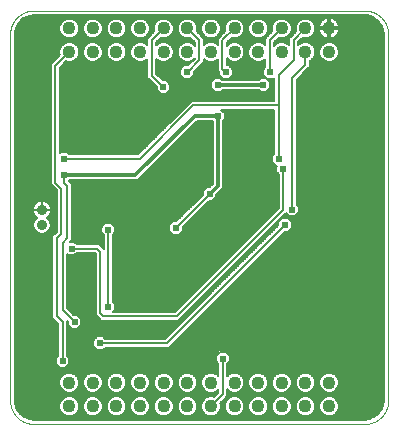
<source format=gbl>
G75*
%MOIN*%
%OFA0B0*%
%FSLAX25Y25*%
%IPPOS*%
%LPD*%
%AMOC8*
5,1,8,0,0,1.08239X$1,22.5*
%
%ADD10C,0.00400*%
%ADD11C,0.04362*%
%ADD12C,0.03575*%
%ADD13C,0.00600*%
%ADD14C,0.02381*%
%ADD15C,0.00800*%
%ADD16C,0.01200*%
D10*
X0001487Y0009174D02*
X0001487Y0131221D01*
X0001489Y0131414D01*
X0001496Y0131607D01*
X0001508Y0131800D01*
X0001525Y0131993D01*
X0001546Y0132185D01*
X0001572Y0132376D01*
X0001603Y0132567D01*
X0001638Y0132757D01*
X0001678Y0132946D01*
X0001723Y0133134D01*
X0001772Y0133321D01*
X0001826Y0133507D01*
X0001884Y0133691D01*
X0001947Y0133874D01*
X0002015Y0134055D01*
X0002086Y0134234D01*
X0002163Y0134412D01*
X0002243Y0134588D01*
X0002328Y0134761D01*
X0002417Y0134933D01*
X0002510Y0135102D01*
X0002607Y0135269D01*
X0002709Y0135434D01*
X0002814Y0135596D01*
X0002923Y0135755D01*
X0003037Y0135912D01*
X0003154Y0136065D01*
X0003274Y0136216D01*
X0003399Y0136364D01*
X0003527Y0136509D01*
X0003658Y0136650D01*
X0003793Y0136789D01*
X0003932Y0136924D01*
X0004073Y0137055D01*
X0004218Y0137183D01*
X0004366Y0137308D01*
X0004517Y0137428D01*
X0004670Y0137545D01*
X0004827Y0137659D01*
X0004986Y0137768D01*
X0005148Y0137873D01*
X0005313Y0137975D01*
X0005480Y0138072D01*
X0005649Y0138165D01*
X0005821Y0138254D01*
X0005994Y0138339D01*
X0006170Y0138419D01*
X0006348Y0138496D01*
X0006527Y0138567D01*
X0006708Y0138635D01*
X0006891Y0138698D01*
X0007075Y0138756D01*
X0007261Y0138810D01*
X0007448Y0138859D01*
X0007636Y0138904D01*
X0007825Y0138944D01*
X0008015Y0138979D01*
X0008206Y0139010D01*
X0008397Y0139036D01*
X0008589Y0139057D01*
X0008782Y0139074D01*
X0008975Y0139086D01*
X0009168Y0139093D01*
X0009361Y0139095D01*
X0119660Y0139095D01*
X0119850Y0139093D01*
X0120040Y0139086D01*
X0120230Y0139074D01*
X0120420Y0139058D01*
X0120609Y0139038D01*
X0120798Y0139012D01*
X0120986Y0138983D01*
X0121173Y0138948D01*
X0121359Y0138909D01*
X0121544Y0138866D01*
X0121729Y0138818D01*
X0121912Y0138766D01*
X0122093Y0138710D01*
X0122273Y0138649D01*
X0122452Y0138583D01*
X0122629Y0138514D01*
X0122805Y0138440D01*
X0122978Y0138362D01*
X0123150Y0138279D01*
X0123319Y0138193D01*
X0123487Y0138103D01*
X0123652Y0138008D01*
X0123815Y0137910D01*
X0123975Y0137807D01*
X0124133Y0137701D01*
X0124288Y0137591D01*
X0124441Y0137478D01*
X0124591Y0137360D01*
X0124737Y0137239D01*
X0124881Y0137115D01*
X0125022Y0136987D01*
X0125160Y0136856D01*
X0125295Y0136721D01*
X0125426Y0136583D01*
X0125554Y0136442D01*
X0125678Y0136298D01*
X0125799Y0136152D01*
X0125917Y0136002D01*
X0126030Y0135849D01*
X0126140Y0135694D01*
X0126246Y0135536D01*
X0126349Y0135376D01*
X0126447Y0135213D01*
X0126542Y0135048D01*
X0126632Y0134880D01*
X0126718Y0134711D01*
X0126801Y0134539D01*
X0126879Y0134366D01*
X0126953Y0134190D01*
X0127022Y0134013D01*
X0127088Y0133834D01*
X0127149Y0133654D01*
X0127205Y0133473D01*
X0127257Y0133290D01*
X0127305Y0133105D01*
X0127348Y0132920D01*
X0127387Y0132734D01*
X0127422Y0132547D01*
X0127451Y0132359D01*
X0127477Y0132170D01*
X0127497Y0131981D01*
X0127513Y0131791D01*
X0127525Y0131601D01*
X0127532Y0131411D01*
X0127534Y0131221D01*
X0127534Y0009174D01*
X0127532Y0008984D01*
X0127525Y0008794D01*
X0127513Y0008604D01*
X0127497Y0008414D01*
X0127477Y0008225D01*
X0127451Y0008036D01*
X0127422Y0007848D01*
X0127387Y0007661D01*
X0127348Y0007475D01*
X0127305Y0007290D01*
X0127257Y0007105D01*
X0127205Y0006922D01*
X0127149Y0006741D01*
X0127088Y0006561D01*
X0127022Y0006382D01*
X0126953Y0006205D01*
X0126879Y0006029D01*
X0126801Y0005856D01*
X0126718Y0005684D01*
X0126632Y0005515D01*
X0126542Y0005347D01*
X0126447Y0005182D01*
X0126349Y0005019D01*
X0126246Y0004859D01*
X0126140Y0004701D01*
X0126030Y0004546D01*
X0125917Y0004393D01*
X0125799Y0004243D01*
X0125678Y0004097D01*
X0125554Y0003953D01*
X0125426Y0003812D01*
X0125295Y0003674D01*
X0125160Y0003539D01*
X0125022Y0003408D01*
X0124881Y0003280D01*
X0124737Y0003156D01*
X0124591Y0003035D01*
X0124441Y0002917D01*
X0124288Y0002804D01*
X0124133Y0002694D01*
X0123975Y0002588D01*
X0123815Y0002485D01*
X0123652Y0002387D01*
X0123487Y0002292D01*
X0123319Y0002202D01*
X0123150Y0002116D01*
X0122978Y0002033D01*
X0122805Y0001955D01*
X0122629Y0001881D01*
X0122452Y0001812D01*
X0122273Y0001746D01*
X0122093Y0001685D01*
X0121912Y0001629D01*
X0121729Y0001577D01*
X0121544Y0001529D01*
X0121359Y0001486D01*
X0121173Y0001447D01*
X0120986Y0001412D01*
X0120798Y0001383D01*
X0120609Y0001357D01*
X0120420Y0001337D01*
X0120230Y0001321D01*
X0120040Y0001309D01*
X0119850Y0001302D01*
X0119660Y0001300D01*
X0009361Y0001300D01*
X0009171Y0001302D01*
X0008981Y0001309D01*
X0008791Y0001321D01*
X0008601Y0001337D01*
X0008412Y0001357D01*
X0008223Y0001383D01*
X0008035Y0001412D01*
X0007848Y0001447D01*
X0007662Y0001486D01*
X0007477Y0001529D01*
X0007292Y0001577D01*
X0007109Y0001629D01*
X0006928Y0001685D01*
X0006748Y0001746D01*
X0006569Y0001812D01*
X0006392Y0001881D01*
X0006216Y0001955D01*
X0006043Y0002033D01*
X0005871Y0002116D01*
X0005702Y0002202D01*
X0005534Y0002292D01*
X0005369Y0002387D01*
X0005206Y0002485D01*
X0005046Y0002588D01*
X0004888Y0002694D01*
X0004733Y0002804D01*
X0004580Y0002917D01*
X0004430Y0003035D01*
X0004284Y0003156D01*
X0004140Y0003280D01*
X0003999Y0003408D01*
X0003861Y0003539D01*
X0003726Y0003674D01*
X0003595Y0003812D01*
X0003467Y0003953D01*
X0003343Y0004097D01*
X0003222Y0004243D01*
X0003104Y0004393D01*
X0002991Y0004546D01*
X0002881Y0004701D01*
X0002775Y0004859D01*
X0002672Y0005019D01*
X0002574Y0005182D01*
X0002479Y0005347D01*
X0002389Y0005515D01*
X0002303Y0005684D01*
X0002220Y0005856D01*
X0002142Y0006029D01*
X0002068Y0006205D01*
X0001999Y0006382D01*
X0001933Y0006561D01*
X0001872Y0006741D01*
X0001816Y0006922D01*
X0001764Y0007105D01*
X0001716Y0007290D01*
X0001673Y0007475D01*
X0001634Y0007661D01*
X0001599Y0007848D01*
X0001570Y0008036D01*
X0001544Y0008225D01*
X0001524Y0008414D01*
X0001508Y0008604D01*
X0001496Y0008794D01*
X0001489Y0008984D01*
X0001487Y0009174D01*
D11*
X0021204Y0007206D03*
X0021204Y0015080D03*
X0029078Y0015080D03*
X0029078Y0007206D03*
X0036952Y0007206D03*
X0036952Y0015080D03*
X0044826Y0015080D03*
X0044826Y0007206D03*
X0052700Y0007206D03*
X0052700Y0015080D03*
X0060574Y0015080D03*
X0060574Y0007206D03*
X0068448Y0007206D03*
X0068448Y0015080D03*
X0076322Y0015080D03*
X0076322Y0007206D03*
X0084196Y0007206D03*
X0084196Y0015080D03*
X0092070Y0015080D03*
X0092070Y0007206D03*
X0099944Y0007206D03*
X0099944Y0015080D03*
X0107818Y0015080D03*
X0107818Y0007206D03*
X0107818Y0125316D03*
X0107818Y0133190D03*
X0099944Y0133190D03*
X0099944Y0125316D03*
X0092070Y0125316D03*
X0092070Y0133190D03*
X0084196Y0133190D03*
X0084196Y0125316D03*
X0076322Y0125316D03*
X0076322Y0133190D03*
X0068448Y0133190D03*
X0068448Y0125316D03*
X0060574Y0125316D03*
X0060574Y0133190D03*
X0052700Y0133190D03*
X0052700Y0125316D03*
X0044826Y0125316D03*
X0044826Y0133190D03*
X0036952Y0133190D03*
X0036952Y0125316D03*
X0029078Y0125316D03*
X0029078Y0133190D03*
X0021204Y0133190D03*
X0021204Y0125316D03*
D12*
X0012071Y0072654D03*
X0012071Y0067654D03*
D13*
X0003682Y0006280D02*
X0004854Y0004667D01*
X0006467Y0003495D01*
X0008364Y0002878D01*
X0009361Y0002800D01*
X0119660Y0002800D01*
X0120657Y0002878D01*
X0122554Y0003495D01*
X0124167Y0004667D01*
X0125340Y0006280D01*
X0125956Y0008177D01*
X0126034Y0009174D01*
X0126034Y0131221D01*
X0125956Y0132218D01*
X0125340Y0134115D01*
X0124167Y0135728D01*
X0122554Y0136901D01*
X0120657Y0137517D01*
X0119660Y0137595D01*
X0009361Y0137595D01*
X0008118Y0137473D01*
X0005820Y0136521D01*
X0004061Y0134762D01*
X0003110Y0132465D01*
X0002987Y0131221D01*
X0002987Y0009174D01*
X0003066Y0008177D01*
X0003682Y0006280D01*
X0003821Y0006088D02*
X0018115Y0006088D01*
X0017923Y0006553D02*
X0017923Y0007858D01*
X0018422Y0009064D01*
X0019345Y0009987D01*
X0020551Y0010487D01*
X0021856Y0010487D01*
X0023062Y0009987D01*
X0023985Y0009064D01*
X0024485Y0007858D01*
X0024485Y0006553D01*
X0023985Y0005347D01*
X0023062Y0004424D01*
X0021856Y0003924D01*
X0020551Y0003924D01*
X0019345Y0004424D01*
X0018422Y0005347D01*
X0017923Y0006553D01*
X0017923Y0006687D02*
X0003550Y0006687D01*
X0003355Y0007285D02*
X0017923Y0007285D01*
X0017933Y0007884D02*
X0003161Y0007884D01*
X0003042Y0008482D02*
X0018181Y0008482D01*
X0018439Y0009081D02*
X0002994Y0009081D01*
X0002987Y0009679D02*
X0019037Y0009679D01*
X0020047Y0010278D02*
X0002987Y0010278D01*
X0002987Y0010876D02*
X0069997Y0010876D01*
X0069459Y0010338D02*
X0070887Y0011766D01*
X0070887Y0012879D01*
X0070306Y0012298D01*
X0069100Y0011798D01*
X0067795Y0011798D01*
X0066589Y0012298D01*
X0065666Y0013221D01*
X0065167Y0014427D01*
X0065167Y0015732D01*
X0065666Y0016938D01*
X0066589Y0017861D01*
X0067795Y0018361D01*
X0069100Y0018361D01*
X0070306Y0017861D01*
X0070887Y0017280D01*
X0070887Y0021361D01*
X0070097Y0022151D01*
X0070097Y0024049D01*
X0071438Y0025391D01*
X0073336Y0025391D01*
X0074678Y0024049D01*
X0074678Y0022151D01*
X0073887Y0021361D01*
X0073887Y0017285D01*
X0074463Y0017861D01*
X0075669Y0018361D01*
X0076974Y0018361D01*
X0078180Y0017861D01*
X0079103Y0016938D01*
X0079603Y0015732D01*
X0079603Y0014427D01*
X0079103Y0013221D01*
X0078180Y0012298D01*
X0076974Y0011798D01*
X0075669Y0011798D01*
X0074463Y0012298D01*
X0073887Y0012874D01*
X0073887Y0010524D01*
X0073008Y0009645D01*
X0071580Y0008217D01*
X0071729Y0007858D01*
X0071729Y0006553D01*
X0071229Y0005347D01*
X0070306Y0004424D01*
X0069100Y0003924D01*
X0067795Y0003924D01*
X0066589Y0004424D01*
X0065666Y0005347D01*
X0065167Y0006553D01*
X0065167Y0007858D01*
X0065666Y0009064D01*
X0066589Y0009987D01*
X0067795Y0010487D01*
X0069100Y0010487D01*
X0069459Y0010338D01*
X0070596Y0011475D02*
X0002987Y0011475D01*
X0002987Y0012073D02*
X0019888Y0012073D01*
X0019345Y0012298D02*
X0020551Y0011798D01*
X0021856Y0011798D01*
X0023062Y0012298D01*
X0023985Y0013221D01*
X0024485Y0014427D01*
X0024485Y0015732D01*
X0023985Y0016938D01*
X0023062Y0017861D01*
X0021856Y0018361D01*
X0020551Y0018361D01*
X0019345Y0017861D01*
X0018422Y0016938D01*
X0017923Y0015732D01*
X0017923Y0014427D01*
X0018422Y0013221D01*
X0019345Y0012298D01*
X0018971Y0012672D02*
X0002987Y0012672D01*
X0002987Y0013270D02*
X0018402Y0013270D01*
X0018154Y0013869D02*
X0002987Y0013869D01*
X0002987Y0014467D02*
X0017923Y0014467D01*
X0017923Y0015066D02*
X0002987Y0015066D01*
X0002987Y0015664D02*
X0017923Y0015664D01*
X0018142Y0016263D02*
X0002987Y0016263D01*
X0002987Y0016861D02*
X0018390Y0016861D01*
X0018944Y0017460D02*
X0002987Y0017460D01*
X0002987Y0018058D02*
X0019821Y0018058D01*
X0019936Y0020009D02*
X0018038Y0020009D01*
X0016697Y0021351D01*
X0016697Y0023249D01*
X0017487Y0024039D01*
X0017487Y0034679D01*
X0015487Y0036679D01*
X0015487Y0063921D01*
X0016987Y0065421D01*
X0016987Y0079179D01*
X0014987Y0081179D01*
X0014987Y0121221D01*
X0015866Y0122099D01*
X0018071Y0124305D01*
X0017923Y0124663D01*
X0017923Y0125968D01*
X0018422Y0127174D01*
X0019345Y0128097D01*
X0020551Y0128597D01*
X0021856Y0128597D01*
X0023062Y0128097D01*
X0023985Y0127174D01*
X0024485Y0125968D01*
X0024485Y0124663D01*
X0023985Y0123457D01*
X0023062Y0122534D01*
X0021856Y0122035D01*
X0020551Y0122035D01*
X0020192Y0122183D01*
X0017987Y0119978D01*
X0017987Y0091539D01*
X0018538Y0092091D01*
X0020436Y0092091D01*
X0021226Y0091300D01*
X0044240Y0091300D01*
X0061960Y0109020D01*
X0089487Y0109020D01*
X0089487Y0116761D01*
X0089036Y0116309D01*
X0087138Y0116309D01*
X0085797Y0117651D01*
X0085797Y0119549D01*
X0086587Y0120339D01*
X0086587Y0123067D01*
X0086054Y0122534D01*
X0084848Y0122035D01*
X0083543Y0122035D01*
X0082337Y0122534D01*
X0081414Y0123457D01*
X0080915Y0124663D01*
X0080915Y0125968D01*
X0081414Y0127174D01*
X0082337Y0128097D01*
X0083543Y0128597D01*
X0084848Y0128597D01*
X0086054Y0128097D01*
X0086587Y0127565D01*
X0086587Y0129828D01*
X0088937Y0132179D01*
X0088789Y0132537D01*
X0088789Y0133842D01*
X0089288Y0135048D01*
X0090211Y0135971D01*
X0091417Y0136471D01*
X0092722Y0136471D01*
X0093928Y0135971D01*
X0094851Y0135048D01*
X0095351Y0133842D01*
X0095351Y0132537D01*
X0094851Y0131331D01*
X0093928Y0130408D01*
X0092722Y0129909D01*
X0091417Y0129909D01*
X0091059Y0130057D01*
X0089587Y0128586D01*
X0089587Y0127473D01*
X0090211Y0128097D01*
X0091417Y0128597D01*
X0092722Y0128597D01*
X0093928Y0128097D01*
X0094482Y0127544D01*
X0094482Y0129849D01*
X0095360Y0130728D01*
X0095360Y0130728D01*
X0096811Y0132179D01*
X0096663Y0132537D01*
X0096663Y0133842D01*
X0097162Y0135048D01*
X0098085Y0135971D01*
X0099291Y0136471D01*
X0100596Y0136471D01*
X0101802Y0135971D01*
X0102725Y0135048D01*
X0103225Y0133842D01*
X0103225Y0132537D01*
X0102725Y0131331D01*
X0101802Y0130408D01*
X0100596Y0129909D01*
X0099291Y0129909D01*
X0098933Y0130057D01*
X0097487Y0128612D01*
X0097487Y0128601D01*
X0097482Y0128595D01*
X0097482Y0127494D01*
X0098085Y0128097D01*
X0099291Y0128597D01*
X0100596Y0128597D01*
X0101802Y0128097D01*
X0102725Y0127174D01*
X0103225Y0125968D01*
X0103225Y0124663D01*
X0102725Y0123457D01*
X0101802Y0122534D01*
X0101444Y0122386D01*
X0101444Y0120385D01*
X0100565Y0119507D01*
X0096987Y0115929D01*
X0096987Y0074539D01*
X0097778Y0073749D01*
X0097778Y0071851D01*
X0096436Y0070509D01*
X0094538Y0070509D01*
X0093428Y0071620D01*
X0093108Y0071300D01*
X0057608Y0035800D01*
X0031866Y0035800D01*
X0030987Y0036679D01*
X0029987Y0037679D01*
X0029987Y0058179D01*
X0029866Y0058300D01*
X0023726Y0058300D01*
X0022936Y0057509D01*
X0021038Y0057509D01*
X0020487Y0058061D01*
X0020487Y0039921D01*
X0022818Y0037591D01*
X0023936Y0037591D01*
X0025278Y0036249D01*
X0025278Y0034351D01*
X0023936Y0033009D01*
X0022038Y0033009D01*
X0020697Y0034351D01*
X0020697Y0035469D01*
X0020487Y0035679D01*
X0020487Y0024039D01*
X0021278Y0023249D01*
X0021278Y0021351D01*
X0019936Y0020009D01*
X0020379Y0020452D02*
X0070887Y0020452D01*
X0070887Y0019854D02*
X0002987Y0019854D01*
X0002987Y0020452D02*
X0017595Y0020452D01*
X0016997Y0021051D02*
X0002987Y0021051D01*
X0002987Y0021649D02*
X0016697Y0021649D01*
X0016697Y0022248D02*
X0002987Y0022248D01*
X0002987Y0022846D02*
X0016697Y0022846D01*
X0016893Y0023445D02*
X0002987Y0023445D01*
X0002987Y0024043D02*
X0017487Y0024043D01*
X0017487Y0024642D02*
X0002987Y0024642D01*
X0002987Y0025240D02*
X0017487Y0025240D01*
X0017487Y0025839D02*
X0002987Y0025839D01*
X0002987Y0026437D02*
X0017487Y0026437D01*
X0017487Y0027036D02*
X0002987Y0027036D01*
X0002987Y0027634D02*
X0017487Y0027634D01*
X0017487Y0028233D02*
X0002987Y0028233D01*
X0002987Y0028832D02*
X0017487Y0028832D01*
X0017487Y0029430D02*
X0002987Y0029430D01*
X0002987Y0030029D02*
X0017487Y0030029D01*
X0017487Y0030627D02*
X0002987Y0030627D01*
X0002987Y0031226D02*
X0017487Y0031226D01*
X0017487Y0031824D02*
X0002987Y0031824D01*
X0002987Y0032423D02*
X0017487Y0032423D01*
X0017487Y0033021D02*
X0002987Y0033021D01*
X0002987Y0033620D02*
X0017487Y0033620D01*
X0017487Y0034218D02*
X0002987Y0034218D01*
X0002987Y0034817D02*
X0017349Y0034817D01*
X0016751Y0035415D02*
X0002987Y0035415D01*
X0002987Y0036014D02*
X0016152Y0036014D01*
X0015554Y0036612D02*
X0002987Y0036612D01*
X0002987Y0037211D02*
X0015487Y0037211D01*
X0015487Y0037809D02*
X0002987Y0037809D01*
X0002987Y0038408D02*
X0015487Y0038408D01*
X0015487Y0039006D02*
X0002987Y0039006D01*
X0002987Y0039605D02*
X0015487Y0039605D01*
X0015487Y0040203D02*
X0002987Y0040203D01*
X0002987Y0040802D02*
X0015487Y0040802D01*
X0015487Y0041400D02*
X0002987Y0041400D01*
X0002987Y0041999D02*
X0015487Y0041999D01*
X0015487Y0042597D02*
X0002987Y0042597D01*
X0002987Y0043196D02*
X0015487Y0043196D01*
X0015487Y0043794D02*
X0002987Y0043794D01*
X0002987Y0044393D02*
X0015487Y0044393D01*
X0015487Y0044991D02*
X0002987Y0044991D01*
X0002987Y0045590D02*
X0015487Y0045590D01*
X0015487Y0046188D02*
X0002987Y0046188D01*
X0002987Y0046787D02*
X0015487Y0046787D01*
X0015487Y0047385D02*
X0002987Y0047385D01*
X0002987Y0047984D02*
X0015487Y0047984D01*
X0015487Y0048582D02*
X0002987Y0048582D01*
X0002987Y0049181D02*
X0015487Y0049181D01*
X0015487Y0049779D02*
X0002987Y0049779D01*
X0002987Y0050378D02*
X0015487Y0050378D01*
X0015487Y0050976D02*
X0002987Y0050976D01*
X0002987Y0051575D02*
X0015487Y0051575D01*
X0015487Y0052173D02*
X0002987Y0052173D01*
X0002987Y0052772D02*
X0015487Y0052772D01*
X0015487Y0053370D02*
X0002987Y0053370D01*
X0002987Y0053969D02*
X0015487Y0053969D01*
X0015487Y0054568D02*
X0002987Y0054568D01*
X0002987Y0055166D02*
X0015487Y0055166D01*
X0015487Y0055765D02*
X0002987Y0055765D01*
X0002987Y0056363D02*
X0015487Y0056363D01*
X0015487Y0056962D02*
X0002987Y0056962D01*
X0002987Y0057560D02*
X0015487Y0057560D01*
X0015487Y0058159D02*
X0002987Y0058159D01*
X0002987Y0058757D02*
X0015487Y0058757D01*
X0015487Y0059356D02*
X0002987Y0059356D01*
X0002987Y0059954D02*
X0015487Y0059954D01*
X0015487Y0060553D02*
X0002987Y0060553D01*
X0002987Y0061151D02*
X0015487Y0061151D01*
X0015487Y0061750D02*
X0002987Y0061750D01*
X0002987Y0062348D02*
X0015487Y0062348D01*
X0015487Y0062947D02*
X0002987Y0062947D01*
X0002987Y0063545D02*
X0015487Y0063545D01*
X0015709Y0064144D02*
X0002987Y0064144D01*
X0002987Y0064742D02*
X0016308Y0064742D01*
X0016907Y0065341D02*
X0013841Y0065341D01*
X0013707Y0065207D02*
X0014519Y0066019D01*
X0014959Y0067080D01*
X0014959Y0068229D01*
X0014519Y0069290D01*
X0013748Y0070061D01*
X0014039Y0070256D01*
X0014470Y0070686D01*
X0014807Y0071192D01*
X0015040Y0071754D01*
X0015159Y0072350D01*
X0015159Y0072561D01*
X0012165Y0072561D01*
X0012165Y0072748D01*
X0011978Y0072748D01*
X0011978Y0075742D01*
X0011767Y0075742D01*
X0011171Y0075623D01*
X0010609Y0075390D01*
X0010103Y0075052D01*
X0009673Y0074622D01*
X0009335Y0074117D01*
X0009103Y0073555D01*
X0008984Y0072958D01*
X0008984Y0072748D01*
X0011978Y0072748D01*
X0011978Y0072561D01*
X0008984Y0072561D01*
X0008984Y0072350D01*
X0009103Y0071754D01*
X0009335Y0071192D01*
X0009673Y0070686D01*
X0010103Y0070256D01*
X0010395Y0070061D01*
X0009624Y0069290D01*
X0009184Y0068229D01*
X0009184Y0067080D01*
X0009624Y0066019D01*
X0010436Y0065207D01*
X0011497Y0064767D01*
X0012646Y0064767D01*
X0013707Y0065207D01*
X0014440Y0065939D02*
X0016987Y0065939D01*
X0016987Y0066538D02*
X0014734Y0066538D01*
X0014959Y0067136D02*
X0016987Y0067136D01*
X0016987Y0067735D02*
X0014959Y0067735D01*
X0014915Y0068333D02*
X0016987Y0068333D01*
X0016987Y0068932D02*
X0014668Y0068932D01*
X0014279Y0069530D02*
X0016987Y0069530D01*
X0016987Y0070129D02*
X0013849Y0070129D01*
X0014497Y0070727D02*
X0016987Y0070727D01*
X0016987Y0071326D02*
X0014863Y0071326D01*
X0015074Y0071924D02*
X0016987Y0071924D01*
X0016987Y0072523D02*
X0015159Y0072523D01*
X0015159Y0072748D02*
X0015159Y0072958D01*
X0015040Y0073555D01*
X0014807Y0074117D01*
X0014470Y0074622D01*
X0014039Y0075052D01*
X0013534Y0075390D01*
X0012972Y0075623D01*
X0012375Y0075742D01*
X0012165Y0075742D01*
X0012165Y0072748D01*
X0015159Y0072748D01*
X0015126Y0073121D02*
X0016987Y0073121D01*
X0016987Y0073720D02*
X0014972Y0073720D01*
X0014673Y0074318D02*
X0016987Y0074318D01*
X0016987Y0074917D02*
X0014175Y0074917D01*
X0013232Y0075515D02*
X0016987Y0075515D01*
X0016987Y0076114D02*
X0002987Y0076114D01*
X0002987Y0076712D02*
X0016987Y0076712D01*
X0016987Y0077311D02*
X0002987Y0077311D01*
X0002987Y0077909D02*
X0016987Y0077909D01*
X0016987Y0078508D02*
X0002987Y0078508D01*
X0002987Y0079106D02*
X0016987Y0079106D01*
X0016461Y0079705D02*
X0002987Y0079705D01*
X0002987Y0080303D02*
X0015862Y0080303D01*
X0015264Y0080902D02*
X0002987Y0080902D01*
X0002987Y0081501D02*
X0014987Y0081501D01*
X0014987Y0082099D02*
X0002987Y0082099D01*
X0002987Y0082698D02*
X0014987Y0082698D01*
X0014987Y0083296D02*
X0002987Y0083296D01*
X0002987Y0083895D02*
X0014987Y0083895D01*
X0014987Y0084493D02*
X0002987Y0084493D01*
X0002987Y0085092D02*
X0014987Y0085092D01*
X0014987Y0085690D02*
X0002987Y0085690D01*
X0002987Y0086289D02*
X0014987Y0086289D01*
X0014987Y0086887D02*
X0002987Y0086887D01*
X0002987Y0087486D02*
X0014987Y0087486D01*
X0014987Y0088084D02*
X0002987Y0088084D01*
X0002987Y0088683D02*
X0014987Y0088683D01*
X0014987Y0089281D02*
X0002987Y0089281D01*
X0002987Y0089880D02*
X0014987Y0089880D01*
X0014987Y0090478D02*
X0002987Y0090478D01*
X0002987Y0091077D02*
X0014987Y0091077D01*
X0014987Y0091675D02*
X0002987Y0091675D01*
X0002987Y0092274D02*
X0014987Y0092274D01*
X0014987Y0092872D02*
X0002987Y0092872D01*
X0002987Y0093471D02*
X0014987Y0093471D01*
X0014987Y0094069D02*
X0002987Y0094069D01*
X0002987Y0094668D02*
X0014987Y0094668D01*
X0014987Y0095266D02*
X0002987Y0095266D01*
X0002987Y0095865D02*
X0014987Y0095865D01*
X0014987Y0096463D02*
X0002987Y0096463D01*
X0002987Y0097062D02*
X0014987Y0097062D01*
X0014987Y0097660D02*
X0002987Y0097660D01*
X0002987Y0098259D02*
X0014987Y0098259D01*
X0014987Y0098857D02*
X0002987Y0098857D01*
X0002987Y0099456D02*
X0014987Y0099456D01*
X0014987Y0100054D02*
X0002987Y0100054D01*
X0002987Y0100653D02*
X0014987Y0100653D01*
X0014987Y0101251D02*
X0002987Y0101251D01*
X0002987Y0101850D02*
X0014987Y0101850D01*
X0014987Y0102448D02*
X0002987Y0102448D01*
X0002987Y0103047D02*
X0014987Y0103047D01*
X0014987Y0103645D02*
X0002987Y0103645D01*
X0002987Y0104244D02*
X0014987Y0104244D01*
X0014987Y0104842D02*
X0002987Y0104842D01*
X0002987Y0105441D02*
X0014987Y0105441D01*
X0014987Y0106039D02*
X0002987Y0106039D01*
X0002987Y0106638D02*
X0014987Y0106638D01*
X0014987Y0107237D02*
X0002987Y0107237D01*
X0002987Y0107835D02*
X0014987Y0107835D01*
X0014987Y0108434D02*
X0002987Y0108434D01*
X0002987Y0109032D02*
X0014987Y0109032D01*
X0014987Y0109631D02*
X0002987Y0109631D01*
X0002987Y0110229D02*
X0014987Y0110229D01*
X0014987Y0110828D02*
X0002987Y0110828D01*
X0002987Y0111426D02*
X0014987Y0111426D01*
X0014987Y0112025D02*
X0002987Y0112025D01*
X0002987Y0112623D02*
X0014987Y0112623D01*
X0014987Y0113222D02*
X0002987Y0113222D01*
X0002987Y0113820D02*
X0014987Y0113820D01*
X0014987Y0114419D02*
X0002987Y0114419D01*
X0002987Y0115017D02*
X0014987Y0115017D01*
X0014987Y0115616D02*
X0002987Y0115616D01*
X0002987Y0116214D02*
X0014987Y0116214D01*
X0014987Y0116813D02*
X0002987Y0116813D01*
X0002987Y0117411D02*
X0014987Y0117411D01*
X0014987Y0118010D02*
X0002987Y0118010D01*
X0002987Y0118608D02*
X0014987Y0118608D01*
X0014987Y0119207D02*
X0002987Y0119207D01*
X0002987Y0119805D02*
X0014987Y0119805D01*
X0014987Y0120404D02*
X0002987Y0120404D01*
X0002987Y0121002D02*
X0014987Y0121002D01*
X0015367Y0121601D02*
X0002987Y0121601D01*
X0002987Y0122199D02*
X0015966Y0122199D01*
X0016564Y0122798D02*
X0002987Y0122798D01*
X0002987Y0123396D02*
X0017163Y0123396D01*
X0017761Y0123995D02*
X0002987Y0123995D01*
X0002987Y0124593D02*
X0017951Y0124593D01*
X0017923Y0125192D02*
X0002987Y0125192D01*
X0002987Y0125790D02*
X0017923Y0125790D01*
X0018097Y0126389D02*
X0002987Y0126389D01*
X0002987Y0126987D02*
X0018345Y0126987D01*
X0018834Y0127586D02*
X0002987Y0127586D01*
X0002987Y0128184D02*
X0019555Y0128184D01*
X0020379Y0129980D02*
X0002987Y0129980D01*
X0002987Y0130578D02*
X0019175Y0130578D01*
X0019345Y0130408D02*
X0018422Y0131331D01*
X0017923Y0132537D01*
X0017923Y0133842D01*
X0018422Y0135048D01*
X0019345Y0135971D01*
X0020551Y0136471D01*
X0021856Y0136471D01*
X0023062Y0135971D01*
X0023985Y0135048D01*
X0024485Y0133842D01*
X0024485Y0132537D01*
X0023985Y0131331D01*
X0023062Y0130408D01*
X0021856Y0129909D01*
X0020551Y0129909D01*
X0019345Y0130408D01*
X0018576Y0131177D02*
X0002987Y0131177D01*
X0003042Y0131775D02*
X0018238Y0131775D01*
X0017990Y0132374D02*
X0003101Y0132374D01*
X0003320Y0132972D02*
X0017923Y0132972D01*
X0017923Y0133571D02*
X0003568Y0133571D01*
X0003816Y0134170D02*
X0018058Y0134170D01*
X0018306Y0134768D02*
X0004067Y0134768D01*
X0004665Y0135367D02*
X0018740Y0135367D01*
X0019339Y0135965D02*
X0005264Y0135965D01*
X0005923Y0136564D02*
X0106936Y0136564D01*
X0106802Y0136537D02*
X0107475Y0136671D01*
X0107527Y0136671D01*
X0107527Y0133480D01*
X0107527Y0132899D01*
X0104337Y0132899D01*
X0104337Y0132847D01*
X0104471Y0132174D01*
X0104733Y0131541D01*
X0105114Y0130971D01*
X0105599Y0130486D01*
X0106169Y0130105D01*
X0106802Y0129842D01*
X0107475Y0129709D01*
X0107527Y0129709D01*
X0107527Y0132899D01*
X0108108Y0132899D01*
X0108108Y0129709D01*
X0108161Y0129709D01*
X0108833Y0129842D01*
X0109467Y0130105D01*
X0110037Y0130486D01*
X0110522Y0130971D01*
X0110903Y0131541D01*
X0111165Y0132174D01*
X0111299Y0132847D01*
X0111299Y0132899D01*
X0108108Y0132899D01*
X0108108Y0133480D01*
X0107527Y0133480D01*
X0104337Y0133480D01*
X0104337Y0133533D01*
X0104471Y0134205D01*
X0104733Y0134839D01*
X0105114Y0135409D01*
X0105599Y0135894D01*
X0106169Y0136275D01*
X0106802Y0136537D01*
X0107527Y0136564D02*
X0108108Y0136564D01*
X0108108Y0136671D02*
X0108161Y0136671D01*
X0108833Y0136537D01*
X0109467Y0136275D01*
X0110037Y0135894D01*
X0110522Y0135409D01*
X0110903Y0134839D01*
X0111165Y0134205D01*
X0111299Y0133533D01*
X0111299Y0133480D01*
X0108108Y0133480D01*
X0108108Y0136671D01*
X0108700Y0136564D02*
X0123018Y0136564D01*
X0123842Y0135965D02*
X0109930Y0135965D01*
X0110550Y0135367D02*
X0124430Y0135367D01*
X0124865Y0134768D02*
X0110932Y0134768D01*
X0111172Y0134170D02*
X0125300Y0134170D01*
X0125516Y0133571D02*
X0111291Y0133571D01*
X0111205Y0132374D02*
X0125905Y0132374D01*
X0125991Y0131775D02*
X0111000Y0131775D01*
X0110660Y0131177D02*
X0126034Y0131177D01*
X0126034Y0130578D02*
X0110130Y0130578D01*
X0109165Y0129980D02*
X0126034Y0129980D01*
X0126034Y0129381D02*
X0098257Y0129381D01*
X0097658Y0128783D02*
X0126034Y0128783D01*
X0126034Y0128184D02*
X0109466Y0128184D01*
X0109676Y0128097D02*
X0108470Y0128597D01*
X0107165Y0128597D01*
X0105959Y0128097D01*
X0105036Y0127174D01*
X0104537Y0125968D01*
X0104537Y0124663D01*
X0105036Y0123457D01*
X0105959Y0122534D01*
X0107165Y0122035D01*
X0108470Y0122035D01*
X0109676Y0122534D01*
X0110599Y0123457D01*
X0111099Y0124663D01*
X0111099Y0125968D01*
X0110599Y0127174D01*
X0109676Y0128097D01*
X0110188Y0127586D02*
X0126034Y0127586D01*
X0126034Y0126987D02*
X0110677Y0126987D01*
X0110925Y0126389D02*
X0126034Y0126389D01*
X0126034Y0125790D02*
X0111099Y0125790D01*
X0111099Y0125192D02*
X0126034Y0125192D01*
X0126034Y0124593D02*
X0111070Y0124593D01*
X0110822Y0123995D02*
X0126034Y0123995D01*
X0126034Y0123396D02*
X0110539Y0123396D01*
X0109940Y0122798D02*
X0126034Y0122798D01*
X0126034Y0122199D02*
X0108868Y0122199D01*
X0106768Y0122199D02*
X0101444Y0122199D01*
X0101444Y0121601D02*
X0126034Y0121601D01*
X0126034Y0121002D02*
X0101444Y0121002D01*
X0101444Y0120404D02*
X0126034Y0120404D01*
X0126034Y0119805D02*
X0100864Y0119805D01*
X0100265Y0119207D02*
X0126034Y0119207D01*
X0126034Y0118608D02*
X0099667Y0118608D01*
X0099068Y0118010D02*
X0126034Y0118010D01*
X0126034Y0117411D02*
X0098470Y0117411D01*
X0097871Y0116813D02*
X0126034Y0116813D01*
X0126034Y0116214D02*
X0097273Y0116214D01*
X0096987Y0115616D02*
X0126034Y0115616D01*
X0126034Y0115017D02*
X0096987Y0115017D01*
X0096987Y0114419D02*
X0126034Y0114419D01*
X0126034Y0113820D02*
X0096987Y0113820D01*
X0096987Y0113222D02*
X0126034Y0113222D01*
X0126034Y0112623D02*
X0096987Y0112623D01*
X0096987Y0112025D02*
X0126034Y0112025D01*
X0126034Y0111426D02*
X0096987Y0111426D01*
X0096987Y0110828D02*
X0126034Y0110828D01*
X0126034Y0110229D02*
X0096987Y0110229D01*
X0096987Y0109631D02*
X0126034Y0109631D01*
X0126034Y0109032D02*
X0096987Y0109032D01*
X0096987Y0108434D02*
X0126034Y0108434D01*
X0126034Y0107835D02*
X0096987Y0107835D01*
X0096987Y0107237D02*
X0126034Y0107237D01*
X0126034Y0106638D02*
X0096987Y0106638D01*
X0096987Y0106039D02*
X0126034Y0106039D01*
X0126034Y0105441D02*
X0096987Y0105441D01*
X0096987Y0104842D02*
X0126034Y0104842D01*
X0126034Y0104244D02*
X0096987Y0104244D01*
X0096987Y0103645D02*
X0126034Y0103645D01*
X0126034Y0103047D02*
X0096987Y0103047D01*
X0096987Y0102448D02*
X0126034Y0102448D01*
X0126034Y0101850D02*
X0096987Y0101850D01*
X0096987Y0101251D02*
X0126034Y0101251D01*
X0126034Y0100653D02*
X0096987Y0100653D01*
X0096987Y0100054D02*
X0126034Y0100054D01*
X0126034Y0099456D02*
X0096987Y0099456D01*
X0096987Y0098857D02*
X0126034Y0098857D01*
X0126034Y0098259D02*
X0096987Y0098259D01*
X0096987Y0097660D02*
X0126034Y0097660D01*
X0126034Y0097062D02*
X0096987Y0097062D01*
X0096987Y0096463D02*
X0126034Y0096463D01*
X0126034Y0095865D02*
X0096987Y0095865D01*
X0096987Y0095266D02*
X0126034Y0095266D01*
X0126034Y0094668D02*
X0096987Y0094668D01*
X0096987Y0094069D02*
X0126034Y0094069D01*
X0126034Y0093471D02*
X0096987Y0093471D01*
X0096987Y0092872D02*
X0126034Y0092872D01*
X0126034Y0092274D02*
X0096987Y0092274D01*
X0096987Y0091675D02*
X0126034Y0091675D01*
X0126034Y0091077D02*
X0096987Y0091077D01*
X0096987Y0090478D02*
X0126034Y0090478D01*
X0126034Y0089880D02*
X0096987Y0089880D01*
X0096987Y0089281D02*
X0126034Y0089281D01*
X0126034Y0088683D02*
X0096987Y0088683D01*
X0096987Y0088084D02*
X0126034Y0088084D01*
X0126034Y0087486D02*
X0096987Y0087486D01*
X0096987Y0086887D02*
X0126034Y0086887D01*
X0126034Y0086289D02*
X0096987Y0086289D01*
X0096987Y0085690D02*
X0126034Y0085690D01*
X0126034Y0085092D02*
X0096987Y0085092D01*
X0096987Y0084493D02*
X0126034Y0084493D01*
X0126034Y0083895D02*
X0096987Y0083895D01*
X0096987Y0083296D02*
X0126034Y0083296D01*
X0126034Y0082698D02*
X0096987Y0082698D01*
X0096987Y0082099D02*
X0126034Y0082099D01*
X0126034Y0081501D02*
X0096987Y0081501D01*
X0096987Y0080902D02*
X0126034Y0080902D01*
X0126034Y0080303D02*
X0096987Y0080303D01*
X0096987Y0079705D02*
X0126034Y0079705D01*
X0126034Y0079106D02*
X0096987Y0079106D01*
X0096987Y0078508D02*
X0126034Y0078508D01*
X0126034Y0077909D02*
X0096987Y0077909D01*
X0096987Y0077311D02*
X0126034Y0077311D01*
X0126034Y0076712D02*
X0096987Y0076712D01*
X0096987Y0076114D02*
X0126034Y0076114D01*
X0126034Y0075515D02*
X0096987Y0075515D01*
X0096987Y0074917D02*
X0126034Y0074917D01*
X0126034Y0074318D02*
X0097208Y0074318D01*
X0097778Y0073720D02*
X0126034Y0073720D01*
X0126034Y0073121D02*
X0097778Y0073121D01*
X0097778Y0072523D02*
X0126034Y0072523D01*
X0126034Y0071924D02*
X0097778Y0071924D01*
X0097252Y0071326D02*
X0126034Y0071326D01*
X0126034Y0070727D02*
X0096654Y0070727D01*
X0095210Y0068932D02*
X0126034Y0068932D01*
X0126034Y0069530D02*
X0094611Y0069530D01*
X0094130Y0070011D02*
X0092233Y0070011D01*
X0090891Y0068669D01*
X0090891Y0067520D01*
X0053171Y0029800D01*
X0033226Y0029800D01*
X0032436Y0030591D01*
X0030538Y0030591D01*
X0029197Y0029249D01*
X0029197Y0027351D01*
X0030538Y0026009D01*
X0032436Y0026009D01*
X0033226Y0026800D01*
X0054414Y0026800D01*
X0055293Y0027679D01*
X0093044Y0065430D01*
X0094130Y0065430D01*
X0095472Y0066772D01*
X0095472Y0068669D01*
X0094130Y0070011D01*
X0094320Y0070727D02*
X0092536Y0070727D01*
X0091937Y0070129D02*
X0126034Y0070129D01*
X0126034Y0068333D02*
X0095472Y0068333D01*
X0095472Y0067735D02*
X0126034Y0067735D01*
X0126034Y0067136D02*
X0095472Y0067136D01*
X0095238Y0066538D02*
X0126034Y0066538D01*
X0126034Y0065939D02*
X0094640Y0065939D01*
X0092955Y0065341D02*
X0126034Y0065341D01*
X0126034Y0064742D02*
X0092356Y0064742D01*
X0091758Y0064144D02*
X0126034Y0064144D01*
X0126034Y0063545D02*
X0091159Y0063545D01*
X0090561Y0062947D02*
X0126034Y0062947D01*
X0126034Y0062348D02*
X0089962Y0062348D01*
X0089364Y0061750D02*
X0126034Y0061750D01*
X0126034Y0061151D02*
X0088765Y0061151D01*
X0088167Y0060553D02*
X0126034Y0060553D01*
X0126034Y0059954D02*
X0087568Y0059954D01*
X0086970Y0059356D02*
X0126034Y0059356D01*
X0126034Y0058757D02*
X0086371Y0058757D01*
X0085773Y0058159D02*
X0126034Y0058159D01*
X0126034Y0057560D02*
X0085174Y0057560D01*
X0084576Y0056962D02*
X0126034Y0056962D01*
X0126034Y0056363D02*
X0083977Y0056363D01*
X0083378Y0055765D02*
X0126034Y0055765D01*
X0126034Y0055166D02*
X0082780Y0055166D01*
X0082181Y0054568D02*
X0126034Y0054568D01*
X0126034Y0053969D02*
X0081583Y0053969D01*
X0080984Y0053370D02*
X0126034Y0053370D01*
X0126034Y0052772D02*
X0080386Y0052772D01*
X0079787Y0052173D02*
X0126034Y0052173D01*
X0126034Y0051575D02*
X0079189Y0051575D01*
X0078590Y0050976D02*
X0126034Y0050976D01*
X0126034Y0050378D02*
X0077992Y0050378D01*
X0077393Y0049779D02*
X0126034Y0049779D01*
X0126034Y0049181D02*
X0076795Y0049181D01*
X0076196Y0048582D02*
X0126034Y0048582D01*
X0126034Y0047984D02*
X0075598Y0047984D01*
X0074999Y0047385D02*
X0126034Y0047385D01*
X0126034Y0046787D02*
X0074401Y0046787D01*
X0073802Y0046188D02*
X0126034Y0046188D01*
X0126034Y0045590D02*
X0073204Y0045590D01*
X0072605Y0044991D02*
X0126034Y0044991D01*
X0126034Y0044393D02*
X0072007Y0044393D01*
X0071408Y0043794D02*
X0126034Y0043794D01*
X0126034Y0043196D02*
X0070810Y0043196D01*
X0070211Y0042597D02*
X0126034Y0042597D01*
X0126034Y0041999D02*
X0069613Y0041999D01*
X0069014Y0041400D02*
X0126034Y0041400D01*
X0126034Y0040802D02*
X0068416Y0040802D01*
X0067817Y0040203D02*
X0126034Y0040203D01*
X0126034Y0039605D02*
X0067219Y0039605D01*
X0066620Y0039006D02*
X0126034Y0039006D01*
X0126034Y0038408D02*
X0066022Y0038408D01*
X0065423Y0037809D02*
X0126034Y0037809D01*
X0126034Y0037211D02*
X0064825Y0037211D01*
X0064226Y0036612D02*
X0126034Y0036612D01*
X0126034Y0036014D02*
X0063628Y0036014D01*
X0063029Y0035415D02*
X0126034Y0035415D01*
X0126034Y0034817D02*
X0062431Y0034817D01*
X0061832Y0034218D02*
X0126034Y0034218D01*
X0126034Y0033620D02*
X0061234Y0033620D01*
X0060635Y0033021D02*
X0126034Y0033021D01*
X0126034Y0032423D02*
X0060037Y0032423D01*
X0059438Y0031824D02*
X0126034Y0031824D01*
X0126034Y0031226D02*
X0058840Y0031226D01*
X0058241Y0030627D02*
X0126034Y0030627D01*
X0126034Y0030029D02*
X0057642Y0030029D01*
X0057044Y0029430D02*
X0126034Y0029430D01*
X0126034Y0028832D02*
X0056445Y0028832D01*
X0055847Y0028233D02*
X0126034Y0028233D01*
X0126034Y0027634D02*
X0055248Y0027634D01*
X0054650Y0027036D02*
X0126034Y0027036D01*
X0126034Y0026437D02*
X0032864Y0026437D01*
X0030110Y0026437D02*
X0020487Y0026437D01*
X0020487Y0025839D02*
X0126034Y0025839D01*
X0126034Y0025240D02*
X0073486Y0025240D01*
X0074084Y0024642D02*
X0126034Y0024642D01*
X0126034Y0024043D02*
X0074678Y0024043D01*
X0074678Y0023445D02*
X0126034Y0023445D01*
X0126034Y0022846D02*
X0074678Y0022846D01*
X0074678Y0022248D02*
X0126034Y0022248D01*
X0126034Y0021649D02*
X0074176Y0021649D01*
X0073887Y0021051D02*
X0126034Y0021051D01*
X0126034Y0020452D02*
X0073887Y0020452D01*
X0073887Y0019854D02*
X0126034Y0019854D01*
X0126034Y0019255D02*
X0073887Y0019255D01*
X0073887Y0018657D02*
X0126034Y0018657D01*
X0126034Y0018058D02*
X0109200Y0018058D01*
X0109676Y0017861D02*
X0108470Y0018361D01*
X0107165Y0018361D01*
X0105959Y0017861D01*
X0105036Y0016938D01*
X0104537Y0015732D01*
X0104537Y0014427D01*
X0105036Y0013221D01*
X0105959Y0012298D01*
X0107165Y0011798D01*
X0108470Y0011798D01*
X0109676Y0012298D01*
X0110599Y0013221D01*
X0111099Y0014427D01*
X0111099Y0015732D01*
X0110599Y0016938D01*
X0109676Y0017861D01*
X0110078Y0017460D02*
X0126034Y0017460D01*
X0126034Y0016861D02*
X0110631Y0016861D01*
X0110879Y0016263D02*
X0126034Y0016263D01*
X0126034Y0015664D02*
X0111099Y0015664D01*
X0111099Y0015066D02*
X0126034Y0015066D01*
X0126034Y0014467D02*
X0111099Y0014467D01*
X0110868Y0013869D02*
X0126034Y0013869D01*
X0126034Y0013270D02*
X0110620Y0013270D01*
X0110050Y0012672D02*
X0126034Y0012672D01*
X0126034Y0012073D02*
X0109134Y0012073D01*
X0108470Y0010487D02*
X0107165Y0010487D01*
X0105959Y0009987D01*
X0105036Y0009064D01*
X0104537Y0007858D01*
X0104537Y0006553D01*
X0105036Y0005347D01*
X0105959Y0004424D01*
X0107165Y0003924D01*
X0108470Y0003924D01*
X0109676Y0004424D01*
X0110599Y0005347D01*
X0111099Y0006553D01*
X0111099Y0007858D01*
X0110599Y0009064D01*
X0109676Y0009987D01*
X0108470Y0010487D01*
X0108975Y0010278D02*
X0126034Y0010278D01*
X0126034Y0010876D02*
X0073887Y0010876D01*
X0073887Y0011475D02*
X0126034Y0011475D01*
X0126034Y0009679D02*
X0109984Y0009679D01*
X0110583Y0009081D02*
X0126027Y0009081D01*
X0125980Y0008482D02*
X0110840Y0008482D01*
X0111088Y0007884D02*
X0125861Y0007884D01*
X0125666Y0007285D02*
X0111099Y0007285D01*
X0111099Y0006687D02*
X0125472Y0006687D01*
X0125200Y0006088D02*
X0110906Y0006088D01*
X0110659Y0005490D02*
X0124765Y0005490D01*
X0124330Y0004891D02*
X0110144Y0004891D01*
X0109359Y0004293D02*
X0123652Y0004293D01*
X0122828Y0003694D02*
X0006193Y0003694D01*
X0005369Y0004293D02*
X0019662Y0004293D01*
X0018878Y0004891D02*
X0004691Y0004891D01*
X0004256Y0005490D02*
X0018363Y0005490D01*
X0022745Y0004293D02*
X0027536Y0004293D01*
X0027219Y0004424D02*
X0028425Y0003924D01*
X0029730Y0003924D01*
X0030936Y0004424D01*
X0031859Y0005347D01*
X0032359Y0006553D01*
X0032359Y0007858D01*
X0031859Y0009064D01*
X0030936Y0009987D01*
X0029730Y0010487D01*
X0028425Y0010487D01*
X0027219Y0009987D01*
X0026296Y0009064D01*
X0025797Y0007858D01*
X0025797Y0006553D01*
X0026296Y0005347D01*
X0027219Y0004424D01*
X0026752Y0004891D02*
X0023529Y0004891D01*
X0024044Y0005490D02*
X0026237Y0005490D01*
X0025989Y0006088D02*
X0024292Y0006088D01*
X0024485Y0006687D02*
X0025797Y0006687D01*
X0025797Y0007285D02*
X0024485Y0007285D01*
X0024474Y0007884D02*
X0025807Y0007884D01*
X0026055Y0008482D02*
X0024226Y0008482D01*
X0023969Y0009081D02*
X0026313Y0009081D01*
X0026911Y0009679D02*
X0023370Y0009679D01*
X0022361Y0010278D02*
X0027921Y0010278D01*
X0028425Y0011798D02*
X0027219Y0012298D01*
X0026296Y0013221D01*
X0025797Y0014427D01*
X0025797Y0015732D01*
X0026296Y0016938D01*
X0027219Y0017861D01*
X0028425Y0018361D01*
X0029730Y0018361D01*
X0030936Y0017861D01*
X0031859Y0016938D01*
X0032359Y0015732D01*
X0032359Y0014427D01*
X0031859Y0013221D01*
X0030936Y0012298D01*
X0029730Y0011798D01*
X0028425Y0011798D01*
X0027762Y0012073D02*
X0022520Y0012073D01*
X0023436Y0012672D02*
X0026845Y0012672D01*
X0026276Y0013270D02*
X0024006Y0013270D01*
X0024254Y0013869D02*
X0026028Y0013869D01*
X0025797Y0014467D02*
X0024485Y0014467D01*
X0024485Y0015066D02*
X0025797Y0015066D01*
X0025797Y0015664D02*
X0024485Y0015664D01*
X0024265Y0016263D02*
X0026016Y0016263D01*
X0026264Y0016861D02*
X0024017Y0016861D01*
X0023464Y0017460D02*
X0026818Y0017460D01*
X0027695Y0018058D02*
X0022586Y0018058D01*
X0020977Y0021051D02*
X0070887Y0021051D01*
X0070598Y0021649D02*
X0021278Y0021649D01*
X0021278Y0022248D02*
X0070097Y0022248D01*
X0070097Y0022846D02*
X0021278Y0022846D01*
X0021082Y0023445D02*
X0070097Y0023445D01*
X0070097Y0024043D02*
X0020487Y0024043D01*
X0020487Y0024642D02*
X0070690Y0024642D01*
X0071288Y0025240D02*
X0020487Y0025240D01*
X0020487Y0027036D02*
X0029512Y0027036D01*
X0029197Y0027634D02*
X0020487Y0027634D01*
X0020487Y0028233D02*
X0029197Y0028233D01*
X0029197Y0028832D02*
X0020487Y0028832D01*
X0020487Y0029430D02*
X0029378Y0029430D01*
X0029976Y0030029D02*
X0020487Y0030029D01*
X0020487Y0030627D02*
X0053998Y0030627D01*
X0053400Y0030029D02*
X0032998Y0030029D01*
X0031652Y0036014D02*
X0025278Y0036014D01*
X0025278Y0035415D02*
X0058786Y0035415D01*
X0058188Y0034817D02*
X0025278Y0034817D01*
X0025145Y0034218D02*
X0057589Y0034218D01*
X0056991Y0033620D02*
X0024546Y0033620D01*
X0023948Y0033021D02*
X0056392Y0033021D01*
X0055794Y0032423D02*
X0020487Y0032423D01*
X0020487Y0033021D02*
X0022027Y0033021D01*
X0021428Y0033620D02*
X0020487Y0033620D01*
X0020487Y0034218D02*
X0020830Y0034218D01*
X0020697Y0034817D02*
X0020487Y0034817D01*
X0020487Y0035415D02*
X0020697Y0035415D01*
X0022599Y0037809D02*
X0029987Y0037809D01*
X0029987Y0038408D02*
X0022001Y0038408D01*
X0021402Y0039006D02*
X0029987Y0039006D01*
X0029987Y0039605D02*
X0020804Y0039605D01*
X0020487Y0040203D02*
X0029987Y0040203D01*
X0029987Y0040802D02*
X0020487Y0040802D01*
X0020487Y0041400D02*
X0029987Y0041400D01*
X0029987Y0041999D02*
X0020487Y0041999D01*
X0020487Y0042597D02*
X0029987Y0042597D01*
X0029987Y0043196D02*
X0020487Y0043196D01*
X0020487Y0043794D02*
X0029987Y0043794D01*
X0029987Y0044393D02*
X0020487Y0044393D01*
X0020487Y0044991D02*
X0029987Y0044991D01*
X0029987Y0045590D02*
X0020487Y0045590D01*
X0020487Y0046188D02*
X0029987Y0046188D01*
X0029987Y0046787D02*
X0020487Y0046787D01*
X0020487Y0047385D02*
X0029987Y0047385D01*
X0029987Y0047984D02*
X0020487Y0047984D01*
X0020487Y0048582D02*
X0029987Y0048582D01*
X0029987Y0049181D02*
X0020487Y0049181D01*
X0020487Y0049779D02*
X0029987Y0049779D01*
X0029987Y0050378D02*
X0020487Y0050378D01*
X0020487Y0050976D02*
X0029987Y0050976D01*
X0029987Y0051575D02*
X0020487Y0051575D01*
X0020487Y0052173D02*
X0029987Y0052173D01*
X0029987Y0052772D02*
X0020487Y0052772D01*
X0020487Y0053370D02*
X0029987Y0053370D01*
X0029987Y0053969D02*
X0020487Y0053969D01*
X0020487Y0054568D02*
X0029987Y0054568D01*
X0029987Y0055166D02*
X0020487Y0055166D01*
X0020487Y0055765D02*
X0029987Y0055765D01*
X0029987Y0056363D02*
X0020487Y0056363D01*
X0020487Y0056962D02*
X0029987Y0056962D01*
X0029987Y0057560D02*
X0022987Y0057560D01*
X0023585Y0058159D02*
X0029987Y0058159D01*
X0032108Y0060300D02*
X0031108Y0061300D01*
X0023726Y0061300D01*
X0022936Y0062091D01*
X0021399Y0062091D01*
X0021987Y0062679D01*
X0021987Y0081421D01*
X0020987Y0082421D01*
X0020987Y0082561D01*
X0021026Y0082600D01*
X0043965Y0082600D01*
X0044961Y0083596D01*
X0063670Y0102305D01*
X0068977Y0102305D01*
X0068977Y0081309D01*
X0067863Y0080195D01*
X0067028Y0080195D01*
X0065686Y0078853D01*
X0065686Y0077747D01*
X0056956Y0069017D01*
X0055838Y0069017D01*
X0054497Y0067675D01*
X0054497Y0065777D01*
X0055838Y0064435D01*
X0057736Y0064435D01*
X0059078Y0065777D01*
X0059078Y0066895D01*
X0067797Y0075614D01*
X0068926Y0075614D01*
X0070267Y0076956D01*
X0070267Y0077791D01*
X0071381Y0078905D01*
X0072377Y0079901D01*
X0072377Y0102465D01*
X0072967Y0103056D01*
X0072967Y0104953D01*
X0071900Y0106020D01*
X0089487Y0106020D01*
X0089487Y0091454D01*
X0088697Y0090663D01*
X0088697Y0088766D01*
X0090038Y0087424D01*
X0090372Y0087424D01*
X0090197Y0087249D01*
X0090197Y0085351D01*
X0090987Y0084561D01*
X0090987Y0073421D01*
X0056366Y0038800D01*
X0035826Y0038800D01*
X0036478Y0039451D01*
X0036478Y0041349D01*
X0035687Y0042139D01*
X0035687Y0064361D01*
X0036478Y0065151D01*
X0036478Y0067049D01*
X0035136Y0068391D01*
X0033238Y0068391D01*
X0031897Y0067049D01*
X0031897Y0065151D01*
X0032687Y0064361D01*
X0032687Y0059721D01*
X0032108Y0060300D01*
X0031856Y0060553D02*
X0032687Y0060553D01*
X0032687Y0061151D02*
X0031257Y0061151D01*
X0032687Y0061750D02*
X0023277Y0061750D01*
X0021987Y0062947D02*
X0032687Y0062947D01*
X0032687Y0063545D02*
X0021987Y0063545D01*
X0021987Y0064144D02*
X0032687Y0064144D01*
X0032306Y0064742D02*
X0021987Y0064742D01*
X0021987Y0065341D02*
X0031897Y0065341D01*
X0031897Y0065939D02*
X0021987Y0065939D01*
X0021987Y0066538D02*
X0031897Y0066538D01*
X0031984Y0067136D02*
X0021987Y0067136D01*
X0021987Y0067735D02*
X0032583Y0067735D01*
X0033181Y0068333D02*
X0021987Y0068333D01*
X0021987Y0068932D02*
X0055754Y0068932D01*
X0055155Y0068333D02*
X0035193Y0068333D01*
X0035792Y0067735D02*
X0054557Y0067735D01*
X0054497Y0067136D02*
X0036390Y0067136D01*
X0036478Y0066538D02*
X0054497Y0066538D01*
X0054497Y0065939D02*
X0036478Y0065939D01*
X0036478Y0065341D02*
X0054933Y0065341D01*
X0055532Y0064742D02*
X0036069Y0064742D01*
X0035687Y0064144D02*
X0081709Y0064144D01*
X0081111Y0063545D02*
X0035687Y0063545D01*
X0035687Y0062947D02*
X0080512Y0062947D01*
X0079914Y0062348D02*
X0035687Y0062348D01*
X0035687Y0061750D02*
X0079315Y0061750D01*
X0078717Y0061151D02*
X0035687Y0061151D01*
X0035687Y0060553D02*
X0078118Y0060553D01*
X0077520Y0059954D02*
X0035687Y0059954D01*
X0035687Y0059356D02*
X0076921Y0059356D01*
X0076323Y0058757D02*
X0035687Y0058757D01*
X0035687Y0058159D02*
X0075724Y0058159D01*
X0075126Y0057560D02*
X0035687Y0057560D01*
X0035687Y0056962D02*
X0074527Y0056962D01*
X0073929Y0056363D02*
X0035687Y0056363D01*
X0035687Y0055765D02*
X0073330Y0055765D01*
X0072732Y0055166D02*
X0035687Y0055166D01*
X0035687Y0054568D02*
X0072133Y0054568D01*
X0071535Y0053969D02*
X0035687Y0053969D01*
X0035687Y0053370D02*
X0070936Y0053370D01*
X0070338Y0052772D02*
X0035687Y0052772D01*
X0035687Y0052173D02*
X0069739Y0052173D01*
X0069141Y0051575D02*
X0035687Y0051575D01*
X0035687Y0050976D02*
X0068542Y0050976D01*
X0067944Y0050378D02*
X0035687Y0050378D01*
X0035687Y0049779D02*
X0067345Y0049779D01*
X0066747Y0049181D02*
X0035687Y0049181D01*
X0035687Y0048582D02*
X0066148Y0048582D01*
X0065550Y0047984D02*
X0035687Y0047984D01*
X0035687Y0047385D02*
X0064951Y0047385D01*
X0064353Y0046787D02*
X0035687Y0046787D01*
X0035687Y0046188D02*
X0063754Y0046188D01*
X0063156Y0045590D02*
X0035687Y0045590D01*
X0035687Y0044991D02*
X0062557Y0044991D01*
X0061959Y0044393D02*
X0035687Y0044393D01*
X0035687Y0043794D02*
X0061360Y0043794D01*
X0060762Y0043196D02*
X0035687Y0043196D01*
X0035687Y0042597D02*
X0060163Y0042597D01*
X0059565Y0041999D02*
X0035828Y0041999D01*
X0036426Y0041400D02*
X0058966Y0041400D01*
X0058368Y0040802D02*
X0036478Y0040802D01*
X0036478Y0040203D02*
X0057769Y0040203D01*
X0057171Y0039605D02*
X0036478Y0039605D01*
X0036033Y0039006D02*
X0056572Y0039006D01*
X0058421Y0036612D02*
X0059983Y0036612D01*
X0059385Y0036014D02*
X0057822Y0036014D01*
X0059019Y0037211D02*
X0060582Y0037211D01*
X0061180Y0037809D02*
X0059618Y0037809D01*
X0060216Y0038408D02*
X0061779Y0038408D01*
X0062378Y0039006D02*
X0060815Y0039006D01*
X0061413Y0039605D02*
X0062976Y0039605D01*
X0063575Y0040203D02*
X0062012Y0040203D01*
X0062610Y0040802D02*
X0064173Y0040802D01*
X0064772Y0041400D02*
X0063209Y0041400D01*
X0063807Y0041999D02*
X0065370Y0041999D01*
X0065969Y0042597D02*
X0064406Y0042597D01*
X0065004Y0043196D02*
X0066567Y0043196D01*
X0067166Y0043794D02*
X0065603Y0043794D01*
X0066201Y0044393D02*
X0067764Y0044393D01*
X0068363Y0044991D02*
X0066800Y0044991D01*
X0067398Y0045590D02*
X0068961Y0045590D01*
X0069560Y0046188D02*
X0067997Y0046188D01*
X0068595Y0046787D02*
X0070158Y0046787D01*
X0070757Y0047385D02*
X0069194Y0047385D01*
X0069792Y0047984D02*
X0071355Y0047984D01*
X0071954Y0048582D02*
X0070391Y0048582D01*
X0070989Y0049181D02*
X0072552Y0049181D01*
X0073151Y0049779D02*
X0071588Y0049779D01*
X0072186Y0050378D02*
X0073749Y0050378D01*
X0074348Y0050976D02*
X0072785Y0050976D01*
X0073383Y0051575D02*
X0074946Y0051575D01*
X0075545Y0052173D02*
X0073982Y0052173D01*
X0074580Y0052772D02*
X0076143Y0052772D01*
X0076742Y0053370D02*
X0075179Y0053370D01*
X0075777Y0053969D02*
X0077340Y0053969D01*
X0077939Y0054568D02*
X0076376Y0054568D01*
X0076974Y0055166D02*
X0078537Y0055166D01*
X0079136Y0055765D02*
X0077573Y0055765D01*
X0078171Y0056363D02*
X0079734Y0056363D01*
X0080333Y0056962D02*
X0078770Y0056962D01*
X0079369Y0057560D02*
X0080931Y0057560D01*
X0081530Y0058159D02*
X0079967Y0058159D01*
X0080566Y0058757D02*
X0082128Y0058757D01*
X0082727Y0059356D02*
X0081164Y0059356D01*
X0081763Y0059954D02*
X0083325Y0059954D01*
X0083924Y0060553D02*
X0082361Y0060553D01*
X0082960Y0061151D02*
X0084522Y0061151D01*
X0085121Y0061750D02*
X0083558Y0061750D01*
X0084157Y0062348D02*
X0085719Y0062348D01*
X0086318Y0062947D02*
X0084755Y0062947D01*
X0085354Y0063545D02*
X0086916Y0063545D01*
X0087515Y0064144D02*
X0085952Y0064144D01*
X0086551Y0064742D02*
X0088114Y0064742D01*
X0088712Y0065341D02*
X0087149Y0065341D01*
X0087748Y0065939D02*
X0089311Y0065939D01*
X0089909Y0066538D02*
X0088346Y0066538D01*
X0088945Y0067136D02*
X0090508Y0067136D01*
X0090891Y0067735D02*
X0089543Y0067735D01*
X0090142Y0068333D02*
X0090891Y0068333D01*
X0090740Y0068932D02*
X0091154Y0068932D01*
X0091339Y0069530D02*
X0091752Y0069530D01*
X0093134Y0071326D02*
X0093722Y0071326D01*
X0090687Y0073121D02*
X0065304Y0073121D01*
X0064705Y0072523D02*
X0090089Y0072523D01*
X0089490Y0071924D02*
X0064107Y0071924D01*
X0063508Y0071326D02*
X0088892Y0071326D01*
X0088293Y0070727D02*
X0062910Y0070727D01*
X0062311Y0070129D02*
X0087695Y0070129D01*
X0087096Y0069530D02*
X0061713Y0069530D01*
X0061114Y0068932D02*
X0086498Y0068932D01*
X0085899Y0068333D02*
X0060516Y0068333D01*
X0059917Y0067735D02*
X0085301Y0067735D01*
X0084702Y0067136D02*
X0059319Y0067136D01*
X0059078Y0066538D02*
X0084104Y0066538D01*
X0083505Y0065939D02*
X0059078Y0065939D01*
X0058641Y0065341D02*
X0082907Y0065341D01*
X0082308Y0064742D02*
X0058043Y0064742D01*
X0057470Y0069530D02*
X0021987Y0069530D01*
X0021987Y0070129D02*
X0058069Y0070129D01*
X0058667Y0070727D02*
X0021987Y0070727D01*
X0021987Y0071326D02*
X0059266Y0071326D01*
X0059864Y0071924D02*
X0021987Y0071924D01*
X0021987Y0072523D02*
X0060463Y0072523D01*
X0061061Y0073121D02*
X0021987Y0073121D01*
X0021987Y0073720D02*
X0061660Y0073720D01*
X0062258Y0074318D02*
X0021987Y0074318D01*
X0021987Y0074917D02*
X0062857Y0074917D01*
X0063455Y0075515D02*
X0021987Y0075515D01*
X0021987Y0076114D02*
X0064054Y0076114D01*
X0064652Y0076712D02*
X0021987Y0076712D01*
X0021987Y0077311D02*
X0065251Y0077311D01*
X0065686Y0077909D02*
X0021987Y0077909D01*
X0021987Y0078508D02*
X0065686Y0078508D01*
X0065939Y0079106D02*
X0021987Y0079106D01*
X0021987Y0079705D02*
X0066538Y0079705D01*
X0067972Y0080303D02*
X0021987Y0080303D01*
X0021987Y0080902D02*
X0068570Y0080902D01*
X0068977Y0081501D02*
X0021908Y0081501D01*
X0021309Y0082099D02*
X0068977Y0082099D01*
X0068977Y0082698D02*
X0044063Y0082698D01*
X0044661Y0083296D02*
X0068977Y0083296D01*
X0068977Y0083895D02*
X0045260Y0083895D01*
X0045858Y0084493D02*
X0068977Y0084493D01*
X0068977Y0085092D02*
X0046457Y0085092D01*
X0047055Y0085690D02*
X0068977Y0085690D01*
X0068977Y0086289D02*
X0047654Y0086289D01*
X0048252Y0086887D02*
X0068977Y0086887D01*
X0068977Y0087486D02*
X0048851Y0087486D01*
X0049449Y0088084D02*
X0068977Y0088084D01*
X0068977Y0088683D02*
X0050048Y0088683D01*
X0050646Y0089281D02*
X0068977Y0089281D01*
X0068977Y0089880D02*
X0051245Y0089880D01*
X0051843Y0090478D02*
X0068977Y0090478D01*
X0068977Y0091077D02*
X0052442Y0091077D01*
X0053041Y0091675D02*
X0068977Y0091675D01*
X0068977Y0092274D02*
X0053639Y0092274D01*
X0054238Y0092872D02*
X0068977Y0092872D01*
X0068977Y0093471D02*
X0054836Y0093471D01*
X0055435Y0094069D02*
X0068977Y0094069D01*
X0068977Y0094668D02*
X0056033Y0094668D01*
X0056632Y0095266D02*
X0068977Y0095266D01*
X0068977Y0095865D02*
X0057230Y0095865D01*
X0057829Y0096463D02*
X0068977Y0096463D01*
X0068977Y0097062D02*
X0058427Y0097062D01*
X0059026Y0097660D02*
X0068977Y0097660D01*
X0068977Y0098259D02*
X0059624Y0098259D01*
X0060223Y0098857D02*
X0068977Y0098857D01*
X0068977Y0099456D02*
X0060821Y0099456D01*
X0061420Y0100054D02*
X0068977Y0100054D01*
X0068977Y0100653D02*
X0062018Y0100653D01*
X0062617Y0101251D02*
X0068977Y0101251D01*
X0068977Y0101850D02*
X0063215Y0101850D01*
X0059578Y0106638D02*
X0017987Y0106638D01*
X0017987Y0107237D02*
X0060176Y0107237D01*
X0060775Y0107835D02*
X0017987Y0107835D01*
X0017987Y0108434D02*
X0061373Y0108434D01*
X0058979Y0106039D02*
X0017987Y0106039D01*
X0017987Y0105441D02*
X0058381Y0105441D01*
X0057782Y0104842D02*
X0017987Y0104842D01*
X0017987Y0104244D02*
X0057184Y0104244D01*
X0056585Y0103645D02*
X0017987Y0103645D01*
X0017987Y0103047D02*
X0055987Y0103047D01*
X0055388Y0102448D02*
X0017987Y0102448D01*
X0017987Y0101850D02*
X0054790Y0101850D01*
X0054191Y0101251D02*
X0017987Y0101251D01*
X0017987Y0100653D02*
X0053593Y0100653D01*
X0052994Y0100054D02*
X0017987Y0100054D01*
X0017987Y0099456D02*
X0052396Y0099456D01*
X0051797Y0098857D02*
X0017987Y0098857D01*
X0017987Y0098259D02*
X0051199Y0098259D01*
X0050600Y0097660D02*
X0017987Y0097660D01*
X0017987Y0097062D02*
X0050002Y0097062D01*
X0049403Y0096463D02*
X0017987Y0096463D01*
X0017987Y0095865D02*
X0048805Y0095865D01*
X0048206Y0095266D02*
X0017987Y0095266D01*
X0017987Y0094668D02*
X0047608Y0094668D01*
X0047009Y0094069D02*
X0017987Y0094069D01*
X0017987Y0093471D02*
X0046411Y0093471D01*
X0045812Y0092872D02*
X0017987Y0092872D01*
X0017987Y0092274D02*
X0045214Y0092274D01*
X0044615Y0091675D02*
X0020851Y0091675D01*
X0018123Y0091675D02*
X0017987Y0091675D01*
X0012165Y0075515D02*
X0011978Y0075515D01*
X0011978Y0074917D02*
X0012165Y0074917D01*
X0012165Y0074318D02*
X0011978Y0074318D01*
X0011978Y0073720D02*
X0012165Y0073720D01*
X0012165Y0073121D02*
X0011978Y0073121D01*
X0010911Y0075515D02*
X0002987Y0075515D01*
X0002987Y0074917D02*
X0009968Y0074917D01*
X0009470Y0074318D02*
X0002987Y0074318D01*
X0002987Y0073720D02*
X0009171Y0073720D01*
X0009016Y0073121D02*
X0002987Y0073121D01*
X0002987Y0072523D02*
X0008984Y0072523D01*
X0009069Y0071924D02*
X0002987Y0071924D01*
X0002987Y0071326D02*
X0009280Y0071326D01*
X0009646Y0070727D02*
X0002987Y0070727D01*
X0002987Y0070129D02*
X0010294Y0070129D01*
X0009864Y0069530D02*
X0002987Y0069530D01*
X0002987Y0068932D02*
X0009475Y0068932D01*
X0009227Y0068333D02*
X0002987Y0068333D01*
X0002987Y0067735D02*
X0009184Y0067735D01*
X0009184Y0067136D02*
X0002987Y0067136D01*
X0002987Y0066538D02*
X0009409Y0066538D01*
X0009703Y0065939D02*
X0002987Y0065939D01*
X0002987Y0065341D02*
X0010302Y0065341D01*
X0020487Y0057560D02*
X0020988Y0057560D01*
X0021657Y0062348D02*
X0032687Y0062348D01*
X0032687Y0059954D02*
X0032454Y0059954D01*
X0030455Y0037211D02*
X0024316Y0037211D01*
X0024914Y0036612D02*
X0031054Y0036612D01*
X0020487Y0031824D02*
X0055195Y0031824D01*
X0054597Y0031226D02*
X0020487Y0031226D01*
X0030460Y0018058D02*
X0035569Y0018058D01*
X0035093Y0017861D02*
X0034170Y0016938D01*
X0033671Y0015732D01*
X0033671Y0014427D01*
X0034170Y0013221D01*
X0035093Y0012298D01*
X0036299Y0011798D01*
X0037604Y0011798D01*
X0038810Y0012298D01*
X0039733Y0013221D01*
X0040233Y0014427D01*
X0040233Y0015732D01*
X0039733Y0016938D01*
X0038810Y0017861D01*
X0037604Y0018361D01*
X0036299Y0018361D01*
X0035093Y0017861D01*
X0034692Y0017460D02*
X0031338Y0017460D01*
X0031891Y0016861D02*
X0034138Y0016861D01*
X0033890Y0016263D02*
X0032139Y0016263D01*
X0032359Y0015664D02*
X0033671Y0015664D01*
X0033671Y0015066D02*
X0032359Y0015066D01*
X0032359Y0014467D02*
X0033671Y0014467D01*
X0033902Y0013869D02*
X0032128Y0013869D01*
X0031880Y0013270D02*
X0034150Y0013270D01*
X0034719Y0012672D02*
X0031310Y0012672D01*
X0030394Y0012073D02*
X0035636Y0012073D01*
X0036299Y0010487D02*
X0035093Y0009987D01*
X0034170Y0009064D01*
X0033671Y0007858D01*
X0033671Y0006553D01*
X0034170Y0005347D01*
X0035093Y0004424D01*
X0036299Y0003924D01*
X0037604Y0003924D01*
X0038810Y0004424D01*
X0039733Y0005347D01*
X0040233Y0006553D01*
X0040233Y0007858D01*
X0039733Y0009064D01*
X0038810Y0009987D01*
X0037604Y0010487D01*
X0036299Y0010487D01*
X0035795Y0010278D02*
X0030235Y0010278D01*
X0031244Y0009679D02*
X0034785Y0009679D01*
X0034187Y0009081D02*
X0031843Y0009081D01*
X0032100Y0008482D02*
X0033929Y0008482D01*
X0033681Y0007884D02*
X0032348Y0007884D01*
X0032359Y0007285D02*
X0033671Y0007285D01*
X0033671Y0006687D02*
X0032359Y0006687D01*
X0032166Y0006088D02*
X0033863Y0006088D01*
X0034111Y0005490D02*
X0031918Y0005490D01*
X0031403Y0004891D02*
X0034626Y0004891D01*
X0035410Y0004293D02*
X0030619Y0004293D01*
X0038493Y0004293D02*
X0043284Y0004293D01*
X0042967Y0004424D02*
X0044173Y0003924D01*
X0045478Y0003924D01*
X0046684Y0004424D01*
X0047607Y0005347D01*
X0048107Y0006553D01*
X0048107Y0007858D01*
X0047607Y0009064D01*
X0046684Y0009987D01*
X0045478Y0010487D01*
X0044173Y0010487D01*
X0042967Y0009987D01*
X0042044Y0009064D01*
X0041545Y0007858D01*
X0041545Y0006553D01*
X0042044Y0005347D01*
X0042967Y0004424D01*
X0042500Y0004891D02*
X0039277Y0004891D01*
X0039792Y0005490D02*
X0041985Y0005490D01*
X0041737Y0006088D02*
X0040040Y0006088D01*
X0040233Y0006687D02*
X0041545Y0006687D01*
X0041545Y0007285D02*
X0040233Y0007285D01*
X0040222Y0007884D02*
X0041555Y0007884D01*
X0041803Y0008482D02*
X0039974Y0008482D01*
X0039717Y0009081D02*
X0042061Y0009081D01*
X0042659Y0009679D02*
X0039118Y0009679D01*
X0038109Y0010278D02*
X0043669Y0010278D01*
X0044173Y0011798D02*
X0042967Y0012298D01*
X0042044Y0013221D01*
X0041545Y0014427D01*
X0041545Y0015732D01*
X0042044Y0016938D01*
X0042967Y0017861D01*
X0044173Y0018361D01*
X0045478Y0018361D01*
X0046684Y0017861D01*
X0047607Y0016938D01*
X0048107Y0015732D01*
X0048107Y0014427D01*
X0047607Y0013221D01*
X0046684Y0012298D01*
X0045478Y0011798D01*
X0044173Y0011798D01*
X0043510Y0012073D02*
X0038268Y0012073D01*
X0039184Y0012672D02*
X0042593Y0012672D01*
X0042024Y0013270D02*
X0039754Y0013270D01*
X0040002Y0013869D02*
X0041776Y0013869D01*
X0041545Y0014467D02*
X0040233Y0014467D01*
X0040233Y0015066D02*
X0041545Y0015066D01*
X0041545Y0015664D02*
X0040233Y0015664D01*
X0040013Y0016263D02*
X0041764Y0016263D01*
X0042012Y0016861D02*
X0039765Y0016861D01*
X0039212Y0017460D02*
X0042566Y0017460D01*
X0043443Y0018058D02*
X0038334Y0018058D01*
X0046208Y0018058D02*
X0051317Y0018058D01*
X0050841Y0017861D02*
X0049918Y0016938D01*
X0049419Y0015732D01*
X0049419Y0014427D01*
X0049918Y0013221D01*
X0050841Y0012298D01*
X0052047Y0011798D01*
X0053352Y0011798D01*
X0054558Y0012298D01*
X0055481Y0013221D01*
X0055981Y0014427D01*
X0055981Y0015732D01*
X0055481Y0016938D01*
X0054558Y0017861D01*
X0053352Y0018361D01*
X0052047Y0018361D01*
X0050841Y0017861D01*
X0050440Y0017460D02*
X0047086Y0017460D01*
X0047639Y0016861D02*
X0049886Y0016861D01*
X0049638Y0016263D02*
X0047887Y0016263D01*
X0048107Y0015664D02*
X0049419Y0015664D01*
X0049419Y0015066D02*
X0048107Y0015066D01*
X0048107Y0014467D02*
X0049419Y0014467D01*
X0049650Y0013869D02*
X0047876Y0013869D01*
X0047628Y0013270D02*
X0049898Y0013270D01*
X0050467Y0012672D02*
X0047058Y0012672D01*
X0046142Y0012073D02*
X0051384Y0012073D01*
X0052047Y0010487D02*
X0050841Y0009987D01*
X0049918Y0009064D01*
X0049419Y0007858D01*
X0049419Y0006553D01*
X0049918Y0005347D01*
X0050841Y0004424D01*
X0052047Y0003924D01*
X0053352Y0003924D01*
X0054558Y0004424D01*
X0055481Y0005347D01*
X0055981Y0006553D01*
X0055981Y0007858D01*
X0055481Y0009064D01*
X0054558Y0009987D01*
X0053352Y0010487D01*
X0052047Y0010487D01*
X0051543Y0010278D02*
X0045983Y0010278D01*
X0046992Y0009679D02*
X0050533Y0009679D01*
X0049935Y0009081D02*
X0047591Y0009081D01*
X0047848Y0008482D02*
X0049677Y0008482D01*
X0049429Y0007884D02*
X0048096Y0007884D01*
X0048107Y0007285D02*
X0049419Y0007285D01*
X0049419Y0006687D02*
X0048107Y0006687D01*
X0047914Y0006088D02*
X0049611Y0006088D01*
X0049859Y0005490D02*
X0047666Y0005490D01*
X0047151Y0004891D02*
X0050374Y0004891D01*
X0051158Y0004293D02*
X0046367Y0004293D01*
X0053857Y0010278D02*
X0059417Y0010278D01*
X0059921Y0010487D02*
X0058715Y0009987D01*
X0057792Y0009064D01*
X0057293Y0007858D01*
X0057293Y0006553D01*
X0057792Y0005347D01*
X0058715Y0004424D01*
X0059921Y0003924D01*
X0061226Y0003924D01*
X0062432Y0004424D01*
X0063355Y0005347D01*
X0063855Y0006553D01*
X0063855Y0007858D01*
X0063355Y0009064D01*
X0062432Y0009987D01*
X0061226Y0010487D01*
X0059921Y0010487D01*
X0059921Y0011798D02*
X0058715Y0012298D01*
X0057792Y0013221D01*
X0057293Y0014427D01*
X0057293Y0015732D01*
X0057792Y0016938D01*
X0058715Y0017861D01*
X0059921Y0018361D01*
X0061226Y0018361D01*
X0062432Y0017861D01*
X0063355Y0016938D01*
X0063855Y0015732D01*
X0063855Y0014427D01*
X0063355Y0013221D01*
X0062432Y0012298D01*
X0061226Y0011798D01*
X0059921Y0011798D01*
X0059258Y0012073D02*
X0054016Y0012073D01*
X0054932Y0012672D02*
X0058341Y0012672D01*
X0057772Y0013270D02*
X0055502Y0013270D01*
X0055750Y0013869D02*
X0057524Y0013869D01*
X0057293Y0014467D02*
X0055981Y0014467D01*
X0055981Y0015066D02*
X0057293Y0015066D01*
X0057293Y0015664D02*
X0055981Y0015664D01*
X0055761Y0016263D02*
X0057512Y0016263D01*
X0057760Y0016861D02*
X0055513Y0016861D01*
X0054960Y0017460D02*
X0058314Y0017460D01*
X0059191Y0018058D02*
X0054082Y0018058D01*
X0054866Y0009679D02*
X0058407Y0009679D01*
X0057809Y0009081D02*
X0055465Y0009081D01*
X0055722Y0008482D02*
X0057551Y0008482D01*
X0057303Y0007884D02*
X0055970Y0007884D01*
X0055981Y0007285D02*
X0057293Y0007285D01*
X0057293Y0006687D02*
X0055981Y0006687D01*
X0055788Y0006088D02*
X0057485Y0006088D01*
X0057733Y0005490D02*
X0055540Y0005490D01*
X0055025Y0004891D02*
X0058248Y0004891D01*
X0059032Y0004293D02*
X0054241Y0004293D01*
X0061731Y0010278D02*
X0067291Y0010278D01*
X0066281Y0009679D02*
X0062740Y0009679D01*
X0063339Y0009081D02*
X0065683Y0009081D01*
X0065425Y0008482D02*
X0063596Y0008482D01*
X0063844Y0007884D02*
X0065177Y0007884D01*
X0065167Y0007285D02*
X0063855Y0007285D01*
X0063855Y0006687D02*
X0065167Y0006687D01*
X0065359Y0006088D02*
X0063662Y0006088D01*
X0063414Y0005490D02*
X0065607Y0005490D01*
X0066122Y0004891D02*
X0062899Y0004891D01*
X0062115Y0004293D02*
X0066906Y0004293D01*
X0069989Y0004293D02*
X0074780Y0004293D01*
X0074463Y0004424D02*
X0075669Y0003924D01*
X0076974Y0003924D01*
X0078180Y0004424D01*
X0079103Y0005347D01*
X0079603Y0006553D01*
X0079603Y0007858D01*
X0079103Y0009064D01*
X0078180Y0009987D01*
X0076974Y0010487D01*
X0075669Y0010487D01*
X0074463Y0009987D01*
X0073540Y0009064D01*
X0073041Y0007858D01*
X0073041Y0006553D01*
X0073540Y0005347D01*
X0074463Y0004424D01*
X0073996Y0004891D02*
X0070773Y0004891D01*
X0071288Y0005490D02*
X0073481Y0005490D01*
X0073233Y0006088D02*
X0071536Y0006088D01*
X0071729Y0006687D02*
X0073041Y0006687D01*
X0073041Y0007285D02*
X0071729Y0007285D01*
X0071718Y0007884D02*
X0073051Y0007884D01*
X0073299Y0008482D02*
X0071846Y0008482D01*
X0072444Y0009081D02*
X0073557Y0009081D01*
X0073043Y0009679D02*
X0074155Y0009679D01*
X0073641Y0010278D02*
X0075165Y0010278D01*
X0075006Y0012073D02*
X0073887Y0012073D01*
X0073887Y0012672D02*
X0074089Y0012672D01*
X0070887Y0012672D02*
X0070680Y0012672D01*
X0070887Y0012073D02*
X0069764Y0012073D01*
X0067132Y0012073D02*
X0061890Y0012073D01*
X0062806Y0012672D02*
X0066215Y0012672D01*
X0065646Y0013270D02*
X0063376Y0013270D01*
X0063624Y0013869D02*
X0065398Y0013869D01*
X0065167Y0014467D02*
X0063855Y0014467D01*
X0063855Y0015066D02*
X0065167Y0015066D01*
X0065167Y0015664D02*
X0063855Y0015664D01*
X0063635Y0016263D02*
X0065386Y0016263D01*
X0065634Y0016861D02*
X0063387Y0016861D01*
X0062834Y0017460D02*
X0066188Y0017460D01*
X0067065Y0018058D02*
X0061956Y0018058D01*
X0069830Y0018058D02*
X0070887Y0018058D01*
X0070887Y0017460D02*
X0070708Y0017460D01*
X0070887Y0018657D02*
X0002987Y0018657D01*
X0002987Y0019255D02*
X0070887Y0019255D01*
X0073887Y0018058D02*
X0074939Y0018058D01*
X0074062Y0017460D02*
X0073887Y0017460D01*
X0077704Y0018058D02*
X0082813Y0018058D01*
X0082337Y0017861D02*
X0083543Y0018361D01*
X0084848Y0018361D01*
X0086054Y0017861D01*
X0086977Y0016938D01*
X0087477Y0015732D01*
X0087477Y0014427D01*
X0086977Y0013221D01*
X0086054Y0012298D01*
X0084848Y0011798D01*
X0083543Y0011798D01*
X0082337Y0012298D01*
X0081414Y0013221D01*
X0080915Y0014427D01*
X0080915Y0015732D01*
X0081414Y0016938D01*
X0082337Y0017861D01*
X0081936Y0017460D02*
X0078582Y0017460D01*
X0079135Y0016861D02*
X0081382Y0016861D01*
X0081134Y0016263D02*
X0079383Y0016263D01*
X0079603Y0015664D02*
X0080915Y0015664D01*
X0080915Y0015066D02*
X0079603Y0015066D01*
X0079603Y0014467D02*
X0080915Y0014467D01*
X0081146Y0013869D02*
X0079372Y0013869D01*
X0079124Y0013270D02*
X0081394Y0013270D01*
X0081963Y0012672D02*
X0078554Y0012672D01*
X0077638Y0012073D02*
X0082880Y0012073D01*
X0083543Y0010487D02*
X0082337Y0009987D01*
X0081414Y0009064D01*
X0080915Y0007858D01*
X0080915Y0006553D01*
X0081414Y0005347D01*
X0082337Y0004424D01*
X0083543Y0003924D01*
X0084848Y0003924D01*
X0086054Y0004424D01*
X0086977Y0005347D01*
X0087477Y0006553D01*
X0087477Y0007858D01*
X0086977Y0009064D01*
X0086054Y0009987D01*
X0084848Y0010487D01*
X0083543Y0010487D01*
X0083039Y0010278D02*
X0077479Y0010278D01*
X0078488Y0009679D02*
X0082029Y0009679D01*
X0081431Y0009081D02*
X0079087Y0009081D01*
X0079344Y0008482D02*
X0081173Y0008482D01*
X0080925Y0007884D02*
X0079592Y0007884D01*
X0079603Y0007285D02*
X0080915Y0007285D01*
X0080915Y0006687D02*
X0079603Y0006687D01*
X0079410Y0006088D02*
X0081107Y0006088D01*
X0081355Y0005490D02*
X0079162Y0005490D01*
X0078648Y0004891D02*
X0081870Y0004891D01*
X0082654Y0004293D02*
X0077863Y0004293D01*
X0085737Y0004293D02*
X0090528Y0004293D01*
X0090211Y0004424D02*
X0091417Y0003924D01*
X0092722Y0003924D01*
X0093928Y0004424D01*
X0094851Y0005347D01*
X0095351Y0006553D01*
X0095351Y0007858D01*
X0094851Y0009064D01*
X0093928Y0009987D01*
X0092722Y0010487D01*
X0091417Y0010487D01*
X0090211Y0009987D01*
X0089288Y0009064D01*
X0088789Y0007858D01*
X0088789Y0006553D01*
X0089288Y0005347D01*
X0090211Y0004424D01*
X0089744Y0004891D02*
X0086522Y0004891D01*
X0087036Y0005490D02*
X0089229Y0005490D01*
X0088981Y0006088D02*
X0087284Y0006088D01*
X0087477Y0006687D02*
X0088789Y0006687D01*
X0088789Y0007285D02*
X0087477Y0007285D01*
X0087466Y0007884D02*
X0088799Y0007884D01*
X0089047Y0008482D02*
X0087218Y0008482D01*
X0086961Y0009081D02*
X0089305Y0009081D01*
X0089903Y0009679D02*
X0086362Y0009679D01*
X0085353Y0010278D02*
X0090913Y0010278D01*
X0091417Y0011798D02*
X0092722Y0011798D01*
X0093928Y0012298D01*
X0094851Y0013221D01*
X0095351Y0014427D01*
X0095351Y0015732D01*
X0094851Y0016938D01*
X0093928Y0017861D01*
X0092722Y0018361D01*
X0091417Y0018361D01*
X0090211Y0017861D01*
X0089288Y0016938D01*
X0088789Y0015732D01*
X0088789Y0014427D01*
X0089288Y0013221D01*
X0090211Y0012298D01*
X0091417Y0011798D01*
X0090754Y0012073D02*
X0085512Y0012073D01*
X0086428Y0012672D02*
X0089837Y0012672D01*
X0089268Y0013270D02*
X0086998Y0013270D01*
X0087246Y0013869D02*
X0089020Y0013869D01*
X0088789Y0014467D02*
X0087477Y0014467D01*
X0087477Y0015066D02*
X0088789Y0015066D01*
X0088789Y0015664D02*
X0087477Y0015664D01*
X0087257Y0016263D02*
X0089009Y0016263D01*
X0089256Y0016861D02*
X0087009Y0016861D01*
X0086456Y0017460D02*
X0089810Y0017460D01*
X0090687Y0018058D02*
X0085578Y0018058D01*
X0093452Y0018058D02*
X0098561Y0018058D01*
X0098085Y0017861D02*
X0097162Y0016938D01*
X0096663Y0015732D01*
X0096663Y0014427D01*
X0097162Y0013221D01*
X0098085Y0012298D01*
X0099291Y0011798D01*
X0100596Y0011798D01*
X0101802Y0012298D01*
X0102725Y0013221D01*
X0103225Y0014427D01*
X0103225Y0015732D01*
X0102725Y0016938D01*
X0101802Y0017861D01*
X0100596Y0018361D01*
X0099291Y0018361D01*
X0098085Y0017861D01*
X0097684Y0017460D02*
X0094330Y0017460D01*
X0094883Y0016861D02*
X0097130Y0016861D01*
X0096883Y0016263D02*
X0095131Y0016263D01*
X0095351Y0015664D02*
X0096663Y0015664D01*
X0096663Y0015066D02*
X0095351Y0015066D01*
X0095351Y0014467D02*
X0096663Y0014467D01*
X0096894Y0013869D02*
X0095120Y0013869D01*
X0094872Y0013270D02*
X0097142Y0013270D01*
X0097711Y0012672D02*
X0094302Y0012672D01*
X0093386Y0012073D02*
X0098628Y0012073D01*
X0099291Y0010487D02*
X0098085Y0009987D01*
X0097162Y0009064D01*
X0096663Y0007858D01*
X0096663Y0006553D01*
X0097162Y0005347D01*
X0098085Y0004424D01*
X0099291Y0003924D01*
X0100596Y0003924D01*
X0101802Y0004424D01*
X0102725Y0005347D01*
X0103225Y0006553D01*
X0103225Y0007858D01*
X0102725Y0009064D01*
X0101802Y0009987D01*
X0100596Y0010487D01*
X0099291Y0010487D01*
X0098787Y0010278D02*
X0093227Y0010278D01*
X0094236Y0009679D02*
X0097777Y0009679D01*
X0097179Y0009081D02*
X0094835Y0009081D01*
X0095092Y0008482D02*
X0096921Y0008482D01*
X0096673Y0007884D02*
X0095340Y0007884D01*
X0095351Y0007285D02*
X0096663Y0007285D01*
X0096663Y0006687D02*
X0095351Y0006687D01*
X0095158Y0006088D02*
X0096855Y0006088D01*
X0097103Y0005490D02*
X0094910Y0005490D01*
X0094396Y0004891D02*
X0097618Y0004891D01*
X0098402Y0004293D02*
X0093611Y0004293D01*
X0101485Y0004293D02*
X0106276Y0004293D01*
X0105492Y0004891D02*
X0102270Y0004891D01*
X0102784Y0005490D02*
X0104977Y0005490D01*
X0104729Y0006088D02*
X0103032Y0006088D01*
X0103225Y0006687D02*
X0104537Y0006687D01*
X0104537Y0007285D02*
X0103225Y0007285D01*
X0103214Y0007884D02*
X0104547Y0007884D01*
X0104795Y0008482D02*
X0102966Y0008482D01*
X0102709Y0009081D02*
X0105053Y0009081D01*
X0105651Y0009679D02*
X0102110Y0009679D01*
X0101101Y0010278D02*
X0106661Y0010278D01*
X0106502Y0012073D02*
X0101260Y0012073D01*
X0102176Y0012672D02*
X0105585Y0012672D01*
X0105016Y0013270D02*
X0102746Y0013270D01*
X0102994Y0013869D02*
X0104768Y0013869D01*
X0104537Y0014467D02*
X0103225Y0014467D01*
X0103225Y0015066D02*
X0104537Y0015066D01*
X0104537Y0015664D02*
X0103225Y0015664D01*
X0103005Y0016263D02*
X0104757Y0016263D01*
X0105004Y0016861D02*
X0102757Y0016861D01*
X0102204Y0017460D02*
X0105558Y0017460D01*
X0106435Y0018058D02*
X0101326Y0018058D01*
X0121326Y0003096D02*
X0007696Y0003096D01*
X0065902Y0073720D02*
X0090987Y0073720D01*
X0090987Y0074318D02*
X0066501Y0074318D01*
X0067099Y0074917D02*
X0090987Y0074917D01*
X0090987Y0075515D02*
X0067698Y0075515D01*
X0069425Y0076114D02*
X0090987Y0076114D01*
X0090987Y0076712D02*
X0070024Y0076712D01*
X0070267Y0077311D02*
X0090987Y0077311D01*
X0090987Y0077909D02*
X0070386Y0077909D01*
X0070984Y0078508D02*
X0090987Y0078508D01*
X0090987Y0079106D02*
X0071583Y0079106D01*
X0071381Y0078905D02*
X0071381Y0078905D01*
X0072181Y0079705D02*
X0090987Y0079705D01*
X0090987Y0080303D02*
X0072377Y0080303D01*
X0072377Y0080902D02*
X0090987Y0080902D01*
X0090987Y0081501D02*
X0072377Y0081501D01*
X0072377Y0082099D02*
X0090987Y0082099D01*
X0090987Y0082698D02*
X0072377Y0082698D01*
X0072377Y0083296D02*
X0090987Y0083296D01*
X0090987Y0083895D02*
X0072377Y0083895D01*
X0072377Y0084493D02*
X0090987Y0084493D01*
X0090456Y0085092D02*
X0072377Y0085092D01*
X0072377Y0085690D02*
X0090197Y0085690D01*
X0090197Y0086289D02*
X0072377Y0086289D01*
X0072377Y0086887D02*
X0090197Y0086887D01*
X0089976Y0087486D02*
X0072377Y0087486D01*
X0072377Y0088084D02*
X0089378Y0088084D01*
X0088779Y0088683D02*
X0072377Y0088683D01*
X0072377Y0089281D02*
X0088697Y0089281D01*
X0088697Y0089880D02*
X0072377Y0089880D01*
X0072377Y0090478D02*
X0088697Y0090478D01*
X0089110Y0091077D02*
X0072377Y0091077D01*
X0072377Y0091675D02*
X0089487Y0091675D01*
X0089487Y0092274D02*
X0072377Y0092274D01*
X0072377Y0092872D02*
X0089487Y0092872D01*
X0089487Y0093471D02*
X0072377Y0093471D01*
X0072377Y0094069D02*
X0089487Y0094069D01*
X0089487Y0094668D02*
X0072377Y0094668D01*
X0072377Y0095266D02*
X0089487Y0095266D01*
X0089487Y0095865D02*
X0072377Y0095865D01*
X0072377Y0096463D02*
X0089487Y0096463D01*
X0089487Y0097062D02*
X0072377Y0097062D01*
X0072377Y0097660D02*
X0089487Y0097660D01*
X0089487Y0098259D02*
X0072377Y0098259D01*
X0072377Y0098857D02*
X0089487Y0098857D01*
X0089487Y0099456D02*
X0072377Y0099456D01*
X0072377Y0100054D02*
X0089487Y0100054D01*
X0089487Y0100653D02*
X0072377Y0100653D01*
X0072377Y0101251D02*
X0089487Y0101251D01*
X0089487Y0101850D02*
X0072377Y0101850D01*
X0072377Y0102448D02*
X0089487Y0102448D01*
X0089487Y0103047D02*
X0072958Y0103047D01*
X0072967Y0103645D02*
X0089487Y0103645D01*
X0089487Y0104244D02*
X0072967Y0104244D01*
X0072967Y0104842D02*
X0089487Y0104842D01*
X0089487Y0105441D02*
X0072480Y0105441D01*
X0071626Y0111909D02*
X0069728Y0111909D01*
X0068386Y0113250D01*
X0068386Y0115148D01*
X0069728Y0116490D01*
X0071626Y0116490D01*
X0072216Y0115899D01*
X0084406Y0115899D01*
X0084997Y0116490D01*
X0086894Y0116490D01*
X0088236Y0115148D01*
X0088236Y0113250D01*
X0086894Y0111909D01*
X0084997Y0111909D01*
X0084406Y0112499D01*
X0072216Y0112499D01*
X0071626Y0111909D01*
X0071742Y0112025D02*
X0084881Y0112025D01*
X0087010Y0112025D02*
X0089487Y0112025D01*
X0089487Y0112623D02*
X0087609Y0112623D01*
X0088207Y0113222D02*
X0089487Y0113222D01*
X0089487Y0113820D02*
X0088236Y0113820D01*
X0088236Y0114419D02*
X0089487Y0114419D01*
X0089487Y0115017D02*
X0088236Y0115017D01*
X0087768Y0115616D02*
X0089487Y0115616D01*
X0089487Y0116214D02*
X0087170Y0116214D01*
X0086635Y0116813D02*
X0074939Y0116813D01*
X0074436Y0116309D02*
X0075778Y0117651D01*
X0075778Y0119549D01*
X0074436Y0120891D01*
X0073787Y0120891D01*
X0073787Y0123210D01*
X0074463Y0122534D01*
X0075669Y0122035D01*
X0076974Y0122035D01*
X0078180Y0122534D01*
X0079103Y0123457D01*
X0079603Y0124663D01*
X0079603Y0125968D01*
X0079103Y0127174D01*
X0078180Y0128097D01*
X0076974Y0128597D01*
X0075669Y0128597D01*
X0074463Y0128097D01*
X0073787Y0127421D01*
X0073787Y0128534D01*
X0075311Y0130057D01*
X0075669Y0129909D01*
X0076974Y0129909D01*
X0078180Y0130408D01*
X0079103Y0131331D01*
X0079603Y0132537D01*
X0079603Y0133842D01*
X0079103Y0135048D01*
X0078180Y0135971D01*
X0076974Y0136471D01*
X0075669Y0136471D01*
X0074463Y0135971D01*
X0073540Y0135048D01*
X0073041Y0133842D01*
X0073041Y0132537D01*
X0073189Y0132179D01*
X0070787Y0129776D01*
X0070787Y0127617D01*
X0070306Y0128097D01*
X0069100Y0128597D01*
X0067795Y0128597D01*
X0066589Y0128097D01*
X0066082Y0127590D01*
X0066082Y0129803D01*
X0063706Y0132179D01*
X0063855Y0132537D01*
X0063855Y0133842D01*
X0063355Y0135048D01*
X0062432Y0135971D01*
X0061226Y0136471D01*
X0059921Y0136471D01*
X0058715Y0135971D01*
X0057792Y0135048D01*
X0057293Y0133842D01*
X0057293Y0132537D01*
X0057792Y0131331D01*
X0058715Y0130408D01*
X0059921Y0129909D01*
X0061226Y0129909D01*
X0061585Y0130057D01*
X0063082Y0128561D01*
X0063082Y0127448D01*
X0062432Y0128097D01*
X0061226Y0128597D01*
X0059921Y0128597D01*
X0058715Y0128097D01*
X0057792Y0127174D01*
X0057293Y0125968D01*
X0057293Y0124663D01*
X0057792Y0123457D01*
X0058715Y0122534D01*
X0059921Y0122035D01*
X0061226Y0122035D01*
X0062432Y0122534D01*
X0063082Y0123183D01*
X0063082Y0123142D01*
X0060851Y0120911D01*
X0059433Y0120911D01*
X0058091Y0119569D01*
X0058091Y0117672D01*
X0059433Y0116330D01*
X0061330Y0116330D01*
X0062672Y0117672D01*
X0062672Y0118490D01*
X0066082Y0121899D01*
X0066082Y0123042D01*
X0066589Y0122534D01*
X0067795Y0122035D01*
X0069100Y0122035D01*
X0070306Y0122534D01*
X0070787Y0123015D01*
X0070787Y0118979D01*
X0071197Y0118569D01*
X0071197Y0117651D01*
X0072538Y0116309D01*
X0074436Y0116309D01*
X0075538Y0117411D02*
X0086037Y0117411D01*
X0085797Y0118010D02*
X0075778Y0118010D01*
X0075778Y0118608D02*
X0085797Y0118608D01*
X0085797Y0119207D02*
X0075778Y0119207D01*
X0075521Y0119805D02*
X0086053Y0119805D01*
X0086587Y0120404D02*
X0074923Y0120404D01*
X0073787Y0121002D02*
X0086587Y0121002D01*
X0086587Y0121601D02*
X0073787Y0121601D01*
X0073787Y0122199D02*
X0075272Y0122199D01*
X0074200Y0122798D02*
X0073787Y0122798D01*
X0070787Y0122798D02*
X0070570Y0122798D01*
X0070787Y0122199D02*
X0069498Y0122199D01*
X0070787Y0121601D02*
X0065783Y0121601D01*
X0066082Y0122199D02*
X0067398Y0122199D01*
X0066326Y0122798D02*
X0066082Y0122798D01*
X0065185Y0121002D02*
X0070787Y0121002D01*
X0070787Y0120404D02*
X0064586Y0120404D01*
X0063988Y0119805D02*
X0070787Y0119805D01*
X0070787Y0119207D02*
X0063389Y0119207D01*
X0062791Y0118608D02*
X0071158Y0118608D01*
X0071197Y0118010D02*
X0062672Y0118010D01*
X0062412Y0117411D02*
X0071437Y0117411D01*
X0072035Y0116813D02*
X0061813Y0116813D01*
X0058950Y0116813D02*
X0051411Y0116813D01*
X0050812Y0117411D02*
X0058352Y0117411D01*
X0058091Y0118010D02*
X0050277Y0118010D01*
X0050277Y0117947D02*
X0050277Y0123098D01*
X0050841Y0122534D01*
X0052047Y0122035D01*
X0053352Y0122035D01*
X0054558Y0122534D01*
X0055481Y0123457D01*
X0055981Y0124663D01*
X0055981Y0125968D01*
X0055481Y0127174D01*
X0054558Y0128097D01*
X0053352Y0128597D01*
X0052047Y0128597D01*
X0050841Y0128097D01*
X0050277Y0127533D01*
X0050277Y0128646D01*
X0051688Y0130057D01*
X0052047Y0129909D01*
X0053352Y0129909D01*
X0054558Y0130408D01*
X0055481Y0131331D01*
X0055981Y0132537D01*
X0055981Y0133842D01*
X0055481Y0135048D01*
X0054558Y0135971D01*
X0053352Y0136471D01*
X0052047Y0136471D01*
X0050841Y0135971D01*
X0049918Y0135048D01*
X0049419Y0133842D01*
X0049419Y0132537D01*
X0049567Y0132179D01*
X0048156Y0130767D01*
X0047277Y0129888D01*
X0047277Y0127505D01*
X0046684Y0128097D01*
X0045478Y0128597D01*
X0044173Y0128597D01*
X0042967Y0128097D01*
X0042044Y0127174D01*
X0041545Y0125968D01*
X0041545Y0124663D01*
X0042044Y0123457D01*
X0042967Y0122534D01*
X0044173Y0122035D01*
X0045478Y0122035D01*
X0046684Y0122534D01*
X0047277Y0123127D01*
X0047277Y0116704D01*
X0048156Y0115825D01*
X0050291Y0113690D01*
X0050291Y0112572D01*
X0051633Y0111230D01*
X0053530Y0111230D01*
X0054872Y0112572D01*
X0054872Y0114469D01*
X0053530Y0115811D01*
X0052412Y0115811D01*
X0050277Y0117947D01*
X0050277Y0118608D02*
X0058091Y0118608D01*
X0058091Y0119207D02*
X0050277Y0119207D01*
X0050277Y0119805D02*
X0058327Y0119805D01*
X0058926Y0120404D02*
X0050277Y0120404D01*
X0050277Y0121002D02*
X0060942Y0121002D01*
X0061541Y0121601D02*
X0050277Y0121601D01*
X0050277Y0122199D02*
X0051650Y0122199D01*
X0050577Y0122798D02*
X0050277Y0122798D01*
X0053750Y0122199D02*
X0059524Y0122199D01*
X0058452Y0122798D02*
X0054822Y0122798D01*
X0055420Y0123396D02*
X0057853Y0123396D01*
X0057569Y0123995D02*
X0055704Y0123995D01*
X0055952Y0124593D02*
X0057322Y0124593D01*
X0057293Y0125192D02*
X0055981Y0125192D01*
X0055981Y0125790D02*
X0057293Y0125790D01*
X0057467Y0126389D02*
X0055807Y0126389D01*
X0055559Y0126987D02*
X0057715Y0126987D01*
X0058204Y0127586D02*
X0055070Y0127586D01*
X0054348Y0128184D02*
X0058925Y0128184D01*
X0059749Y0129980D02*
X0053524Y0129980D01*
X0054729Y0130578D02*
X0058545Y0130578D01*
X0057946Y0131177D02*
X0055327Y0131177D01*
X0055665Y0131775D02*
X0057608Y0131775D01*
X0057360Y0132374D02*
X0055913Y0132374D01*
X0055981Y0132972D02*
X0057293Y0132972D01*
X0057293Y0133571D02*
X0055981Y0133571D01*
X0055845Y0134170D02*
X0057428Y0134170D01*
X0057676Y0134768D02*
X0055597Y0134768D01*
X0055163Y0135367D02*
X0058110Y0135367D01*
X0058709Y0135965D02*
X0054565Y0135965D01*
X0050835Y0135965D02*
X0046691Y0135965D01*
X0046684Y0135971D02*
X0045478Y0136471D01*
X0044173Y0136471D01*
X0042967Y0135971D01*
X0042044Y0135048D01*
X0041545Y0133842D01*
X0041545Y0132537D01*
X0042044Y0131331D01*
X0042967Y0130408D01*
X0044173Y0129909D01*
X0045478Y0129909D01*
X0046684Y0130408D01*
X0047607Y0131331D01*
X0048107Y0132537D01*
X0048107Y0133842D01*
X0047607Y0135048D01*
X0046684Y0135971D01*
X0047289Y0135367D02*
X0050236Y0135367D01*
X0049802Y0134768D02*
X0047723Y0134768D01*
X0047971Y0134170D02*
X0049554Y0134170D01*
X0049419Y0133571D02*
X0048107Y0133571D01*
X0048107Y0132972D02*
X0049419Y0132972D01*
X0049486Y0132374D02*
X0048039Y0132374D01*
X0047791Y0131775D02*
X0049164Y0131775D01*
X0048566Y0131177D02*
X0047453Y0131177D01*
X0047967Y0130578D02*
X0046855Y0130578D01*
X0047369Y0129980D02*
X0045650Y0129980D01*
X0044001Y0129980D02*
X0037776Y0129980D01*
X0037604Y0129909D02*
X0038810Y0130408D01*
X0039733Y0131331D01*
X0040233Y0132537D01*
X0040233Y0133842D01*
X0039733Y0135048D01*
X0038810Y0135971D01*
X0037604Y0136471D01*
X0036299Y0136471D01*
X0035093Y0135971D01*
X0034170Y0135048D01*
X0033671Y0133842D01*
X0033671Y0132537D01*
X0034170Y0131331D01*
X0035093Y0130408D01*
X0036299Y0129909D01*
X0037604Y0129909D01*
X0037604Y0128597D02*
X0036299Y0128597D01*
X0035093Y0128097D01*
X0034170Y0127174D01*
X0033671Y0125968D01*
X0033671Y0124663D01*
X0034170Y0123457D01*
X0035093Y0122534D01*
X0036299Y0122035D01*
X0037604Y0122035D01*
X0038810Y0122534D01*
X0039733Y0123457D01*
X0040233Y0124663D01*
X0040233Y0125968D01*
X0039733Y0127174D01*
X0038810Y0128097D01*
X0037604Y0128597D01*
X0038600Y0128184D02*
X0043177Y0128184D01*
X0042456Y0127586D02*
X0039322Y0127586D01*
X0039811Y0126987D02*
X0041967Y0126987D01*
X0041719Y0126389D02*
X0040059Y0126389D01*
X0040233Y0125790D02*
X0041545Y0125790D01*
X0041545Y0125192D02*
X0040233Y0125192D01*
X0040204Y0124593D02*
X0041573Y0124593D01*
X0041821Y0123995D02*
X0039956Y0123995D01*
X0039672Y0123396D02*
X0042105Y0123396D01*
X0042703Y0122798D02*
X0039074Y0122798D01*
X0038002Y0122199D02*
X0043776Y0122199D01*
X0045876Y0122199D02*
X0047277Y0122199D01*
X0047277Y0121601D02*
X0019610Y0121601D01*
X0019012Y0121002D02*
X0047277Y0121002D01*
X0047277Y0120404D02*
X0018413Y0120404D01*
X0017987Y0119805D02*
X0047277Y0119805D01*
X0047277Y0119207D02*
X0017987Y0119207D01*
X0017987Y0118608D02*
X0047277Y0118608D01*
X0047277Y0118010D02*
X0017987Y0118010D01*
X0017987Y0117411D02*
X0047277Y0117411D01*
X0047277Y0116813D02*
X0017987Y0116813D01*
X0017987Y0116214D02*
X0047767Y0116214D01*
X0048156Y0115825D02*
X0048156Y0115825D01*
X0048365Y0115616D02*
X0017987Y0115616D01*
X0017987Y0115017D02*
X0048964Y0115017D01*
X0049562Y0114419D02*
X0017987Y0114419D01*
X0017987Y0113820D02*
X0050161Y0113820D01*
X0050291Y0113222D02*
X0017987Y0113222D01*
X0017987Y0112623D02*
X0050291Y0112623D01*
X0050838Y0112025D02*
X0017987Y0112025D01*
X0017987Y0111426D02*
X0051437Y0111426D01*
X0053727Y0111426D02*
X0089487Y0111426D01*
X0089487Y0110828D02*
X0017987Y0110828D01*
X0017987Y0110229D02*
X0089487Y0110229D01*
X0089487Y0109631D02*
X0017987Y0109631D01*
X0017987Y0109032D02*
X0089487Y0109032D01*
X0084721Y0116214D02*
X0071901Y0116214D01*
X0069453Y0116214D02*
X0052009Y0116214D01*
X0053726Y0115616D02*
X0068854Y0115616D01*
X0068386Y0115017D02*
X0054324Y0115017D01*
X0054872Y0114419D02*
X0068386Y0114419D01*
X0068386Y0113820D02*
X0054872Y0113820D01*
X0054872Y0113222D02*
X0068415Y0113222D01*
X0069014Y0112623D02*
X0054872Y0112623D01*
X0054325Y0112025D02*
X0069612Y0112025D01*
X0062139Y0122199D02*
X0061624Y0122199D01*
X0062696Y0122798D02*
X0062738Y0122798D01*
X0062944Y0127586D02*
X0063082Y0127586D01*
X0063082Y0128184D02*
X0062222Y0128184D01*
X0062859Y0128783D02*
X0050414Y0128783D01*
X0050277Y0128184D02*
X0051051Y0128184D01*
X0050330Y0127586D02*
X0050277Y0127586D01*
X0051013Y0129381D02*
X0062261Y0129381D01*
X0061662Y0129980D02*
X0061398Y0129980D01*
X0064109Y0131775D02*
X0065482Y0131775D01*
X0065666Y0131331D02*
X0066589Y0130408D01*
X0067795Y0129909D01*
X0069100Y0129909D01*
X0070306Y0130408D01*
X0071229Y0131331D01*
X0071729Y0132537D01*
X0071729Y0133842D01*
X0071229Y0135048D01*
X0070306Y0135971D01*
X0069100Y0136471D01*
X0067795Y0136471D01*
X0066589Y0135971D01*
X0065666Y0135048D01*
X0065167Y0133842D01*
X0065167Y0132537D01*
X0065666Y0131331D01*
X0065820Y0131177D02*
X0064708Y0131177D01*
X0065306Y0130578D02*
X0066419Y0130578D01*
X0065905Y0129980D02*
X0067623Y0129980D01*
X0069272Y0129980D02*
X0070991Y0129980D01*
X0070787Y0129381D02*
X0066082Y0129381D01*
X0066082Y0128783D02*
X0070787Y0128783D01*
X0070787Y0128184D02*
X0070096Y0128184D01*
X0070477Y0130578D02*
X0071589Y0130578D01*
X0071075Y0131177D02*
X0072188Y0131177D01*
X0072786Y0131775D02*
X0071413Y0131775D01*
X0071661Y0132374D02*
X0073108Y0132374D01*
X0073041Y0132972D02*
X0071729Y0132972D01*
X0071729Y0133571D02*
X0073041Y0133571D01*
X0073176Y0134170D02*
X0071593Y0134170D01*
X0071345Y0134768D02*
X0073424Y0134768D01*
X0073858Y0135367D02*
X0070911Y0135367D01*
X0070313Y0135965D02*
X0074457Y0135965D01*
X0078187Y0135965D02*
X0082331Y0135965D01*
X0082337Y0135971D02*
X0081414Y0135048D01*
X0080915Y0133842D01*
X0080915Y0132537D01*
X0081414Y0131331D01*
X0082337Y0130408D01*
X0083543Y0129909D01*
X0084848Y0129909D01*
X0086054Y0130408D01*
X0086977Y0131331D01*
X0087477Y0132537D01*
X0087477Y0133842D01*
X0086977Y0135048D01*
X0086054Y0135971D01*
X0084848Y0136471D01*
X0083543Y0136471D01*
X0082337Y0135971D01*
X0081732Y0135367D02*
X0078785Y0135367D01*
X0079219Y0134768D02*
X0081298Y0134768D01*
X0081050Y0134170D02*
X0079467Y0134170D01*
X0079603Y0133571D02*
X0080915Y0133571D01*
X0080915Y0132972D02*
X0079603Y0132972D01*
X0079535Y0132374D02*
X0080982Y0132374D01*
X0081230Y0131775D02*
X0079287Y0131775D01*
X0078949Y0131177D02*
X0081568Y0131177D01*
X0082167Y0130578D02*
X0078351Y0130578D01*
X0077146Y0129980D02*
X0083371Y0129980D01*
X0085020Y0129980D02*
X0086739Y0129980D01*
X0086587Y0129381D02*
X0074635Y0129381D01*
X0074036Y0128783D02*
X0086587Y0128783D01*
X0086587Y0128184D02*
X0085844Y0128184D01*
X0086566Y0127586D02*
X0086587Y0127586D01*
X0089587Y0127586D02*
X0089700Y0127586D01*
X0089587Y0128184D02*
X0090421Y0128184D01*
X0089784Y0128783D02*
X0094482Y0128783D01*
X0094482Y0129381D02*
X0090383Y0129381D01*
X0090981Y0129980D02*
X0091245Y0129980D01*
X0092895Y0129980D02*
X0094613Y0129980D01*
X0094099Y0130578D02*
X0095211Y0130578D01*
X0094697Y0131177D02*
X0095810Y0131177D01*
X0096408Y0131775D02*
X0095035Y0131775D01*
X0095283Y0132374D02*
X0096730Y0132374D01*
X0096663Y0132972D02*
X0095351Y0132972D01*
X0095351Y0133571D02*
X0096663Y0133571D01*
X0096798Y0134170D02*
X0095215Y0134170D01*
X0094967Y0134768D02*
X0097046Y0134768D01*
X0097480Y0135367D02*
X0094533Y0135367D01*
X0093935Y0135965D02*
X0098079Y0135965D01*
X0101809Y0135965D02*
X0105706Y0135965D01*
X0105086Y0135367D02*
X0102407Y0135367D01*
X0102842Y0134768D02*
X0104704Y0134768D01*
X0104463Y0134170D02*
X0103089Y0134170D01*
X0103225Y0133571D02*
X0104344Y0133571D01*
X0104431Y0132374D02*
X0103157Y0132374D01*
X0103225Y0132972D02*
X0107527Y0132972D01*
X0108108Y0132972D02*
X0125711Y0132972D01*
X0121749Y0137162D02*
X0007367Y0137162D01*
X0002987Y0129381D02*
X0047277Y0129381D01*
X0047277Y0128783D02*
X0002987Y0128783D01*
X0022028Y0129980D02*
X0028253Y0129980D01*
X0028425Y0129909D02*
X0027219Y0130408D01*
X0026296Y0131331D01*
X0025797Y0132537D01*
X0025797Y0133842D01*
X0026296Y0135048D01*
X0027219Y0135971D01*
X0028425Y0136471D01*
X0029730Y0136471D01*
X0030936Y0135971D01*
X0031859Y0135048D01*
X0032359Y0133842D01*
X0032359Y0132537D01*
X0031859Y0131331D01*
X0030936Y0130408D01*
X0029730Y0129909D01*
X0028425Y0129909D01*
X0028425Y0128597D02*
X0027219Y0128097D01*
X0026296Y0127174D01*
X0025797Y0125968D01*
X0025797Y0124663D01*
X0026296Y0123457D01*
X0027219Y0122534D01*
X0028425Y0122035D01*
X0029730Y0122035D01*
X0030936Y0122534D01*
X0031859Y0123457D01*
X0032359Y0124663D01*
X0032359Y0125968D01*
X0031859Y0127174D01*
X0030936Y0128097D01*
X0029730Y0128597D01*
X0028425Y0128597D01*
X0027429Y0128184D02*
X0022852Y0128184D01*
X0023574Y0127586D02*
X0026708Y0127586D01*
X0026219Y0126987D02*
X0024063Y0126987D01*
X0024311Y0126389D02*
X0025971Y0126389D01*
X0025797Y0125790D02*
X0024485Y0125790D01*
X0024485Y0125192D02*
X0025797Y0125192D01*
X0025825Y0124593D02*
X0024456Y0124593D01*
X0024208Y0123995D02*
X0026073Y0123995D01*
X0026357Y0123396D02*
X0023924Y0123396D01*
X0023326Y0122798D02*
X0026955Y0122798D01*
X0028028Y0122199D02*
X0022254Y0122199D01*
X0030128Y0122199D02*
X0035902Y0122199D01*
X0034829Y0122798D02*
X0031200Y0122798D01*
X0031798Y0123396D02*
X0034231Y0123396D01*
X0033947Y0123995D02*
X0032082Y0123995D01*
X0032330Y0124593D02*
X0033699Y0124593D01*
X0033671Y0125192D02*
X0032359Y0125192D01*
X0032359Y0125790D02*
X0033671Y0125790D01*
X0033845Y0126389D02*
X0032185Y0126389D01*
X0031937Y0126987D02*
X0034093Y0126987D01*
X0034582Y0127586D02*
X0031448Y0127586D01*
X0030726Y0128184D02*
X0035303Y0128184D01*
X0036127Y0129980D02*
X0029902Y0129980D01*
X0031107Y0130578D02*
X0034923Y0130578D01*
X0034324Y0131177D02*
X0031705Y0131177D01*
X0032043Y0131775D02*
X0033986Y0131775D01*
X0033738Y0132374D02*
X0032291Y0132374D01*
X0032359Y0132972D02*
X0033671Y0132972D01*
X0033671Y0133571D02*
X0032359Y0133571D01*
X0032223Y0134170D02*
X0033806Y0134170D01*
X0034054Y0134768D02*
X0031975Y0134768D01*
X0031541Y0135367D02*
X0034488Y0135367D01*
X0035087Y0135965D02*
X0030943Y0135965D01*
X0027213Y0135965D02*
X0023069Y0135965D01*
X0023667Y0135367D02*
X0026614Y0135367D01*
X0026180Y0134768D02*
X0024101Y0134768D01*
X0024349Y0134170D02*
X0025932Y0134170D01*
X0025797Y0133571D02*
X0024485Y0133571D01*
X0024485Y0132972D02*
X0025797Y0132972D01*
X0025864Y0132374D02*
X0024417Y0132374D01*
X0024169Y0131775D02*
X0026112Y0131775D01*
X0026450Y0131177D02*
X0023831Y0131177D01*
X0023233Y0130578D02*
X0027049Y0130578D01*
X0038981Y0130578D02*
X0042797Y0130578D01*
X0042198Y0131177D02*
X0039579Y0131177D01*
X0039917Y0131775D02*
X0041860Y0131775D01*
X0041612Y0132374D02*
X0040165Y0132374D01*
X0040233Y0132972D02*
X0041545Y0132972D01*
X0041545Y0133571D02*
X0040233Y0133571D01*
X0040097Y0134170D02*
X0041680Y0134170D01*
X0041928Y0134768D02*
X0039849Y0134768D01*
X0039415Y0135367D02*
X0042362Y0135367D01*
X0042961Y0135965D02*
X0038817Y0135965D01*
X0046474Y0128184D02*
X0047277Y0128184D01*
X0047277Y0127586D02*
X0047196Y0127586D01*
X0047277Y0122798D02*
X0046948Y0122798D01*
X0051611Y0129980D02*
X0051875Y0129980D01*
X0062439Y0135965D02*
X0066583Y0135965D01*
X0065984Y0135367D02*
X0063037Y0135367D01*
X0063471Y0134768D02*
X0065550Y0134768D01*
X0065302Y0134170D02*
X0063719Y0134170D01*
X0063855Y0133571D02*
X0065167Y0133571D01*
X0065167Y0132972D02*
X0063855Y0132972D01*
X0063787Y0132374D02*
X0065234Y0132374D01*
X0066082Y0128184D02*
X0066799Y0128184D01*
X0073787Y0128184D02*
X0074673Y0128184D01*
X0073952Y0127586D02*
X0073787Y0127586D01*
X0075233Y0129980D02*
X0075497Y0129980D01*
X0077970Y0128184D02*
X0082547Y0128184D01*
X0081826Y0127586D02*
X0078692Y0127586D01*
X0079181Y0126987D02*
X0081337Y0126987D01*
X0081089Y0126389D02*
X0079429Y0126389D01*
X0079603Y0125790D02*
X0080915Y0125790D01*
X0080915Y0125192D02*
X0079603Y0125192D01*
X0079574Y0124593D02*
X0080944Y0124593D01*
X0081191Y0123995D02*
X0079326Y0123995D01*
X0079043Y0123396D02*
X0081475Y0123396D01*
X0082074Y0122798D02*
X0078444Y0122798D01*
X0077372Y0122199D02*
X0083146Y0122199D01*
X0085246Y0122199D02*
X0086587Y0122199D01*
X0086587Y0122798D02*
X0086318Y0122798D01*
X0086225Y0130578D02*
X0087337Y0130578D01*
X0086823Y0131177D02*
X0087936Y0131177D01*
X0088534Y0131775D02*
X0087161Y0131775D01*
X0087409Y0132374D02*
X0088856Y0132374D01*
X0088789Y0132972D02*
X0087477Y0132972D01*
X0087477Y0133571D02*
X0088789Y0133571D01*
X0088924Y0134170D02*
X0087341Y0134170D01*
X0087093Y0134768D02*
X0089172Y0134768D01*
X0089606Y0135367D02*
X0086659Y0135367D01*
X0086061Y0135965D02*
X0090205Y0135965D01*
X0093718Y0128184D02*
X0094482Y0128184D01*
X0094482Y0127586D02*
X0094440Y0127586D01*
X0097482Y0127586D02*
X0097574Y0127586D01*
X0097482Y0128184D02*
X0098295Y0128184D01*
X0098855Y0129980D02*
X0099119Y0129980D01*
X0100769Y0129980D02*
X0106470Y0129980D01*
X0107527Y0129980D02*
X0108108Y0129980D01*
X0108108Y0130578D02*
X0107527Y0130578D01*
X0107527Y0131177D02*
X0108108Y0131177D01*
X0108108Y0131775D02*
X0107527Y0131775D01*
X0107527Y0132374D02*
X0108108Y0132374D01*
X0108108Y0133571D02*
X0107527Y0133571D01*
X0107527Y0134170D02*
X0108108Y0134170D01*
X0108108Y0134768D02*
X0107527Y0134768D01*
X0107527Y0135367D02*
X0108108Y0135367D01*
X0108108Y0135965D02*
X0107527Y0135965D01*
X0104636Y0131775D02*
X0102909Y0131775D01*
X0102571Y0131177D02*
X0104976Y0131177D01*
X0105506Y0130578D02*
X0101973Y0130578D01*
X0101592Y0128184D02*
X0106169Y0128184D01*
X0105448Y0127586D02*
X0102314Y0127586D01*
X0102803Y0126987D02*
X0104959Y0126987D01*
X0104711Y0126389D02*
X0103051Y0126389D01*
X0103225Y0125790D02*
X0104537Y0125790D01*
X0104537Y0125192D02*
X0103225Y0125192D01*
X0103196Y0124593D02*
X0104566Y0124593D01*
X0104814Y0123995D02*
X0102948Y0123995D01*
X0102665Y0123396D02*
X0105097Y0123396D01*
X0105696Y0122798D02*
X0102066Y0122798D01*
D14*
X0102987Y0118300D03*
X0099487Y0110300D03*
X0088087Y0118600D03*
X0085945Y0114199D03*
X0082987Y0111000D03*
X0073487Y0118600D03*
X0070677Y0114199D03*
X0070677Y0104005D03*
X0064487Y0099300D03*
X0064587Y0089600D03*
X0060087Y0081000D03*
X0067977Y0077905D03*
X0071087Y0070000D03*
X0078387Y0070000D03*
X0093182Y0067720D03*
X0097187Y0069200D03*
X0095487Y0072800D03*
X0099944Y0060355D03*
X0109786Y0060355D03*
X0119629Y0060355D03*
X0111755Y0050513D03*
X0111755Y0036733D03*
X0121597Y0036733D03*
X0121597Y0020985D03*
X0115692Y0011143D03*
X0092987Y0030700D03*
X0072387Y0023100D03*
X0068987Y0033700D03*
X0050987Y0020700D03*
X0034187Y0040400D03*
X0026487Y0040200D03*
X0022987Y0035300D03*
X0031487Y0028300D03*
X0018987Y0022300D03*
X0009393Y0007206D03*
X0021987Y0059800D03*
X0029987Y0063700D03*
X0034187Y0066100D03*
X0035487Y0070200D03*
X0029987Y0075700D03*
X0019487Y0084300D03*
X0019487Y0089800D03*
X0022087Y0111000D03*
X0009393Y0133190D03*
X0052582Y0113520D03*
X0054087Y0109000D03*
X0060382Y0118620D03*
X0086487Y0097800D03*
X0090987Y0089714D03*
X0092487Y0086300D03*
X0099487Y0086300D03*
X0109587Y0073000D03*
X0117660Y0085946D03*
X0117660Y0097757D03*
X0117660Y0111536D03*
X0121597Y0119410D03*
X0115692Y0129253D03*
X0056787Y0066726D03*
X0050202Y0071200D03*
X0060257Y0056200D03*
X0087487Y0052800D03*
D15*
X0093182Y0067689D02*
X0093182Y0067720D01*
X0093182Y0067689D02*
X0053793Y0028300D01*
X0031487Y0028300D01*
X0032487Y0037300D02*
X0056987Y0037300D01*
X0092487Y0072800D01*
X0092487Y0086300D01*
X0090987Y0089714D02*
X0090987Y0107520D01*
X0090987Y0117800D01*
X0095982Y0122794D01*
X0095982Y0129228D01*
X0095987Y0129222D01*
X0095982Y0129228D02*
X0099944Y0133190D01*
X0099944Y0125316D02*
X0099944Y0121007D01*
X0095487Y0116550D01*
X0095487Y0072800D01*
X0078387Y0070000D02*
X0071087Y0070000D01*
X0071087Y0067030D01*
X0060257Y0056200D01*
X0056787Y0066726D02*
X0067966Y0077905D01*
X0067977Y0077905D01*
X0060087Y0081000D02*
X0060002Y0081000D01*
X0050202Y0071200D01*
X0034187Y0066100D02*
X0034187Y0040400D01*
X0031487Y0038300D02*
X0032487Y0037300D01*
X0031487Y0038300D02*
X0031487Y0058800D01*
X0030487Y0059800D01*
X0021987Y0059800D01*
X0018987Y0061800D02*
X0020487Y0063300D01*
X0020487Y0080800D01*
X0019487Y0081800D01*
X0019487Y0084300D01*
X0016487Y0081800D02*
X0018487Y0079800D01*
X0018487Y0064800D01*
X0016987Y0063300D01*
X0016987Y0037300D01*
X0018987Y0035300D01*
X0018987Y0022300D01*
X0022987Y0035300D02*
X0018987Y0039300D01*
X0018987Y0061800D01*
X0016487Y0081800D02*
X0016487Y0120599D01*
X0021204Y0125316D01*
X0048777Y0129267D02*
X0048777Y0117325D01*
X0052582Y0113520D01*
X0060382Y0118620D02*
X0060682Y0118620D01*
X0064582Y0122520D01*
X0064582Y0129182D01*
X0060574Y0133190D01*
X0052700Y0133190D02*
X0048777Y0129267D01*
X0062582Y0107520D02*
X0044861Y0089800D01*
X0019487Y0089800D01*
X0062582Y0107520D02*
X0090987Y0107520D01*
X0088087Y0118600D02*
X0088087Y0129207D01*
X0092070Y0133190D01*
X0076322Y0133190D02*
X0072287Y0129155D01*
X0072287Y0119600D01*
X0073287Y0118600D01*
X0073487Y0118600D01*
X0072387Y0023100D02*
X0072387Y0011145D01*
X0068448Y0007206D01*
D16*
X0067977Y0077905D02*
X0070677Y0080605D01*
X0070677Y0104005D01*
X0062966Y0104005D01*
X0043261Y0084300D01*
X0019487Y0084300D01*
X0070677Y0114199D02*
X0085945Y0114199D01*
M02*

</source>
